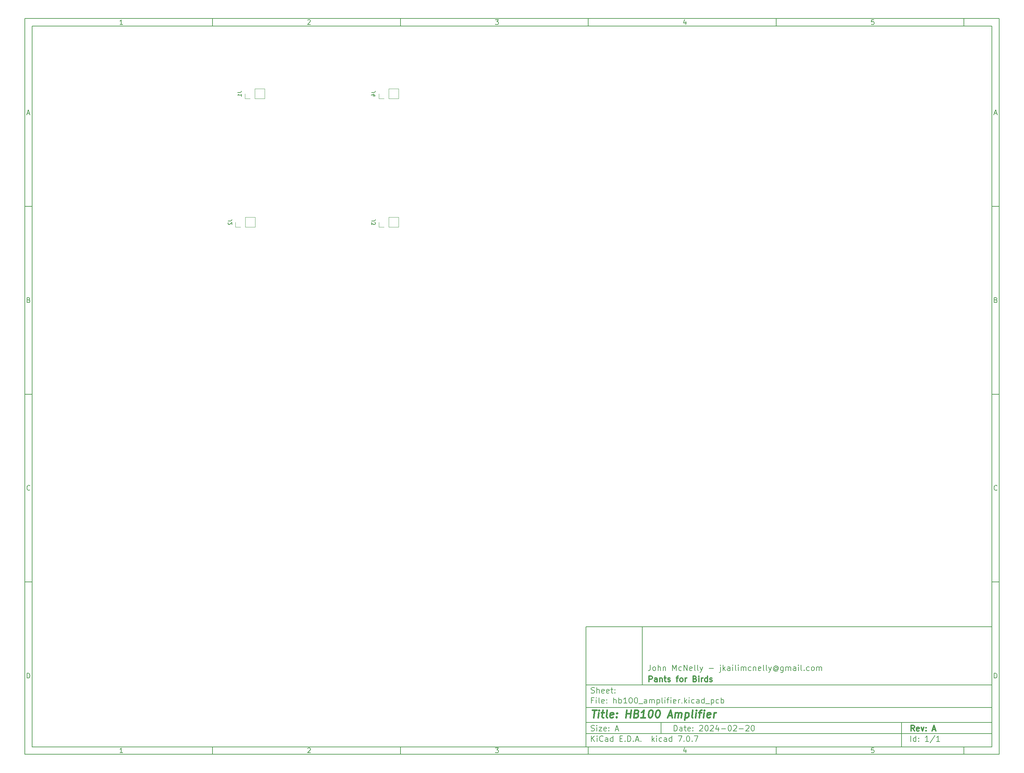
<source format=gbr>
%TF.GenerationSoftware,KiCad,Pcbnew,7.0.7*%
%TF.CreationDate,2024-02-20T22:27:51-08:00*%
%TF.ProjectId,hb100_amplifier,68623130-305f-4616-9d70-6c6966696572,A*%
%TF.SameCoordinates,PX42c1d80PY1c9c380*%
%TF.FileFunction,Legend,Bot*%
%TF.FilePolarity,Positive*%
%FSLAX46Y46*%
G04 Gerber Fmt 4.6, Leading zero omitted, Abs format (unit mm)*
G04 Created by KiCad (PCBNEW 7.0.7) date 2024-02-20 22:27:51*
%MOMM*%
%LPD*%
G01*
G04 APERTURE LIST*
%ADD10C,0.100000*%
%ADD11C,0.150000*%
%ADD12C,0.300000*%
%ADD13C,0.400000*%
%ADD14C,0.120000*%
G04 APERTURE END LIST*
D10*
D11*
X89400000Y-141900000D02*
X197400000Y-141900000D01*
X197400000Y-173900000D01*
X89400000Y-173900000D01*
X89400000Y-141900000D01*
D10*
D11*
X-60000000Y20000000D02*
X199400000Y20000000D01*
X199400000Y-175900000D01*
X-60000000Y-175900000D01*
X-60000000Y20000000D01*
D10*
D11*
X-58000000Y18000000D02*
X197400000Y18000000D01*
X197400000Y-173900000D01*
X-58000000Y-173900000D01*
X-58000000Y18000000D01*
D10*
D11*
X-10000000Y18000000D02*
X-10000000Y20000000D01*
D10*
D11*
X40000000Y18000000D02*
X40000000Y20000000D01*
D10*
D11*
X90000000Y18000000D02*
X90000000Y20000000D01*
D10*
D11*
X140000000Y18000000D02*
X140000000Y20000000D01*
D10*
D11*
X190000000Y18000000D02*
X190000000Y20000000D01*
D10*
D11*
X-33910840Y18406396D02*
X-34653697Y18406396D01*
X-34282269Y18406396D02*
X-34282269Y19706396D01*
X-34282269Y19706396D02*
X-34406078Y19520681D01*
X-34406078Y19520681D02*
X-34529888Y19396872D01*
X-34529888Y19396872D02*
X-34653697Y19334967D01*
D10*
D11*
X15346303Y19582586D02*
X15408207Y19644491D01*
X15408207Y19644491D02*
X15532017Y19706396D01*
X15532017Y19706396D02*
X15841541Y19706396D01*
X15841541Y19706396D02*
X15965350Y19644491D01*
X15965350Y19644491D02*
X16027255Y19582586D01*
X16027255Y19582586D02*
X16089160Y19458777D01*
X16089160Y19458777D02*
X16089160Y19334967D01*
X16089160Y19334967D02*
X16027255Y19149253D01*
X16027255Y19149253D02*
X15284398Y18406396D01*
X15284398Y18406396D02*
X16089160Y18406396D01*
D10*
D11*
X65284398Y19706396D02*
X66089160Y19706396D01*
X66089160Y19706396D02*
X65655826Y19211158D01*
X65655826Y19211158D02*
X65841541Y19211158D01*
X65841541Y19211158D02*
X65965350Y19149253D01*
X65965350Y19149253D02*
X66027255Y19087348D01*
X66027255Y19087348D02*
X66089160Y18963539D01*
X66089160Y18963539D02*
X66089160Y18654015D01*
X66089160Y18654015D02*
X66027255Y18530205D01*
X66027255Y18530205D02*
X65965350Y18468300D01*
X65965350Y18468300D02*
X65841541Y18406396D01*
X65841541Y18406396D02*
X65470112Y18406396D01*
X65470112Y18406396D02*
X65346303Y18468300D01*
X65346303Y18468300D02*
X65284398Y18530205D01*
D10*
D11*
X115965350Y19273062D02*
X115965350Y18406396D01*
X115655826Y19768300D02*
X115346303Y18839729D01*
X115346303Y18839729D02*
X116151064Y18839729D01*
D10*
D11*
X166027255Y19706396D02*
X165408207Y19706396D01*
X165408207Y19706396D02*
X165346303Y19087348D01*
X165346303Y19087348D02*
X165408207Y19149253D01*
X165408207Y19149253D02*
X165532017Y19211158D01*
X165532017Y19211158D02*
X165841541Y19211158D01*
X165841541Y19211158D02*
X165965350Y19149253D01*
X165965350Y19149253D02*
X166027255Y19087348D01*
X166027255Y19087348D02*
X166089160Y18963539D01*
X166089160Y18963539D02*
X166089160Y18654015D01*
X166089160Y18654015D02*
X166027255Y18530205D01*
X166027255Y18530205D02*
X165965350Y18468300D01*
X165965350Y18468300D02*
X165841541Y18406396D01*
X165841541Y18406396D02*
X165532017Y18406396D01*
X165532017Y18406396D02*
X165408207Y18468300D01*
X165408207Y18468300D02*
X165346303Y18530205D01*
D10*
D11*
X-10000000Y-173900000D02*
X-10000000Y-175900000D01*
D10*
D11*
X40000000Y-173900000D02*
X40000000Y-175900000D01*
D10*
D11*
X90000000Y-173900000D02*
X90000000Y-175900000D01*
D10*
D11*
X140000000Y-173900000D02*
X140000000Y-175900000D01*
D10*
D11*
X190000000Y-173900000D02*
X190000000Y-175900000D01*
D10*
D11*
X-33910840Y-175493604D02*
X-34653697Y-175493604D01*
X-34282269Y-175493604D02*
X-34282269Y-174193604D01*
X-34282269Y-174193604D02*
X-34406078Y-174379319D01*
X-34406078Y-174379319D02*
X-34529888Y-174503128D01*
X-34529888Y-174503128D02*
X-34653697Y-174565033D01*
D10*
D11*
X15346303Y-174317414D02*
X15408207Y-174255509D01*
X15408207Y-174255509D02*
X15532017Y-174193604D01*
X15532017Y-174193604D02*
X15841541Y-174193604D01*
X15841541Y-174193604D02*
X15965350Y-174255509D01*
X15965350Y-174255509D02*
X16027255Y-174317414D01*
X16027255Y-174317414D02*
X16089160Y-174441223D01*
X16089160Y-174441223D02*
X16089160Y-174565033D01*
X16089160Y-174565033D02*
X16027255Y-174750747D01*
X16027255Y-174750747D02*
X15284398Y-175493604D01*
X15284398Y-175493604D02*
X16089160Y-175493604D01*
D10*
D11*
X65284398Y-174193604D02*
X66089160Y-174193604D01*
X66089160Y-174193604D02*
X65655826Y-174688842D01*
X65655826Y-174688842D02*
X65841541Y-174688842D01*
X65841541Y-174688842D02*
X65965350Y-174750747D01*
X65965350Y-174750747D02*
X66027255Y-174812652D01*
X66027255Y-174812652D02*
X66089160Y-174936461D01*
X66089160Y-174936461D02*
X66089160Y-175245985D01*
X66089160Y-175245985D02*
X66027255Y-175369795D01*
X66027255Y-175369795D02*
X65965350Y-175431700D01*
X65965350Y-175431700D02*
X65841541Y-175493604D01*
X65841541Y-175493604D02*
X65470112Y-175493604D01*
X65470112Y-175493604D02*
X65346303Y-175431700D01*
X65346303Y-175431700D02*
X65284398Y-175369795D01*
D10*
D11*
X115965350Y-174626938D02*
X115965350Y-175493604D01*
X115655826Y-174131700D02*
X115346303Y-175060271D01*
X115346303Y-175060271D02*
X116151064Y-175060271D01*
D10*
D11*
X166027255Y-174193604D02*
X165408207Y-174193604D01*
X165408207Y-174193604D02*
X165346303Y-174812652D01*
X165346303Y-174812652D02*
X165408207Y-174750747D01*
X165408207Y-174750747D02*
X165532017Y-174688842D01*
X165532017Y-174688842D02*
X165841541Y-174688842D01*
X165841541Y-174688842D02*
X165965350Y-174750747D01*
X165965350Y-174750747D02*
X166027255Y-174812652D01*
X166027255Y-174812652D02*
X166089160Y-174936461D01*
X166089160Y-174936461D02*
X166089160Y-175245985D01*
X166089160Y-175245985D02*
X166027255Y-175369795D01*
X166027255Y-175369795D02*
X165965350Y-175431700D01*
X165965350Y-175431700D02*
X165841541Y-175493604D01*
X165841541Y-175493604D02*
X165532017Y-175493604D01*
X165532017Y-175493604D02*
X165408207Y-175431700D01*
X165408207Y-175431700D02*
X165346303Y-175369795D01*
D10*
D11*
X-60000000Y-30000000D02*
X-58000000Y-30000000D01*
D10*
D11*
X-60000000Y-80000000D02*
X-58000000Y-80000000D01*
D10*
D11*
X-60000000Y-130000000D02*
X-58000000Y-130000000D01*
D10*
D11*
X-59309524Y-5222176D02*
X-58690477Y-5222176D01*
X-59433334Y-5593604D02*
X-59000001Y-4293604D01*
X-59000001Y-4293604D02*
X-58566667Y-5593604D01*
D10*
D11*
X-58907143Y-54912652D02*
X-58721429Y-54974557D01*
X-58721429Y-54974557D02*
X-58659524Y-55036461D01*
X-58659524Y-55036461D02*
X-58597620Y-55160271D01*
X-58597620Y-55160271D02*
X-58597620Y-55345985D01*
X-58597620Y-55345985D02*
X-58659524Y-55469795D01*
X-58659524Y-55469795D02*
X-58721429Y-55531700D01*
X-58721429Y-55531700D02*
X-58845239Y-55593604D01*
X-58845239Y-55593604D02*
X-59340477Y-55593604D01*
X-59340477Y-55593604D02*
X-59340477Y-54293604D01*
X-59340477Y-54293604D02*
X-58907143Y-54293604D01*
X-58907143Y-54293604D02*
X-58783334Y-54355509D01*
X-58783334Y-54355509D02*
X-58721429Y-54417414D01*
X-58721429Y-54417414D02*
X-58659524Y-54541223D01*
X-58659524Y-54541223D02*
X-58659524Y-54665033D01*
X-58659524Y-54665033D02*
X-58721429Y-54788842D01*
X-58721429Y-54788842D02*
X-58783334Y-54850747D01*
X-58783334Y-54850747D02*
X-58907143Y-54912652D01*
X-58907143Y-54912652D02*
X-59340477Y-54912652D01*
D10*
D11*
X-58597620Y-105469795D02*
X-58659524Y-105531700D01*
X-58659524Y-105531700D02*
X-58845239Y-105593604D01*
X-58845239Y-105593604D02*
X-58969048Y-105593604D01*
X-58969048Y-105593604D02*
X-59154762Y-105531700D01*
X-59154762Y-105531700D02*
X-59278572Y-105407890D01*
X-59278572Y-105407890D02*
X-59340477Y-105284080D01*
X-59340477Y-105284080D02*
X-59402381Y-105036461D01*
X-59402381Y-105036461D02*
X-59402381Y-104850747D01*
X-59402381Y-104850747D02*
X-59340477Y-104603128D01*
X-59340477Y-104603128D02*
X-59278572Y-104479319D01*
X-59278572Y-104479319D02*
X-59154762Y-104355509D01*
X-59154762Y-104355509D02*
X-58969048Y-104293604D01*
X-58969048Y-104293604D02*
X-58845239Y-104293604D01*
X-58845239Y-104293604D02*
X-58659524Y-104355509D01*
X-58659524Y-104355509D02*
X-58597620Y-104417414D01*
D10*
D11*
X-59340477Y-155593604D02*
X-59340477Y-154293604D01*
X-59340477Y-154293604D02*
X-59030953Y-154293604D01*
X-59030953Y-154293604D02*
X-58845239Y-154355509D01*
X-58845239Y-154355509D02*
X-58721429Y-154479319D01*
X-58721429Y-154479319D02*
X-58659524Y-154603128D01*
X-58659524Y-154603128D02*
X-58597620Y-154850747D01*
X-58597620Y-154850747D02*
X-58597620Y-155036461D01*
X-58597620Y-155036461D02*
X-58659524Y-155284080D01*
X-58659524Y-155284080D02*
X-58721429Y-155407890D01*
X-58721429Y-155407890D02*
X-58845239Y-155531700D01*
X-58845239Y-155531700D02*
X-59030953Y-155593604D01*
X-59030953Y-155593604D02*
X-59340477Y-155593604D01*
D10*
D11*
X199400000Y-30000000D02*
X197400000Y-30000000D01*
D10*
D11*
X199400000Y-80000000D02*
X197400000Y-80000000D01*
D10*
D11*
X199400000Y-130000000D02*
X197400000Y-130000000D01*
D10*
D11*
X198090476Y-5222176D02*
X198709523Y-5222176D01*
X197966666Y-5593604D02*
X198399999Y-4293604D01*
X198399999Y-4293604D02*
X198833333Y-5593604D01*
D10*
D11*
X198492857Y-54912652D02*
X198678571Y-54974557D01*
X198678571Y-54974557D02*
X198740476Y-55036461D01*
X198740476Y-55036461D02*
X198802380Y-55160271D01*
X198802380Y-55160271D02*
X198802380Y-55345985D01*
X198802380Y-55345985D02*
X198740476Y-55469795D01*
X198740476Y-55469795D02*
X198678571Y-55531700D01*
X198678571Y-55531700D02*
X198554761Y-55593604D01*
X198554761Y-55593604D02*
X198059523Y-55593604D01*
X198059523Y-55593604D02*
X198059523Y-54293604D01*
X198059523Y-54293604D02*
X198492857Y-54293604D01*
X198492857Y-54293604D02*
X198616666Y-54355509D01*
X198616666Y-54355509D02*
X198678571Y-54417414D01*
X198678571Y-54417414D02*
X198740476Y-54541223D01*
X198740476Y-54541223D02*
X198740476Y-54665033D01*
X198740476Y-54665033D02*
X198678571Y-54788842D01*
X198678571Y-54788842D02*
X198616666Y-54850747D01*
X198616666Y-54850747D02*
X198492857Y-54912652D01*
X198492857Y-54912652D02*
X198059523Y-54912652D01*
D10*
D11*
X198802380Y-105469795D02*
X198740476Y-105531700D01*
X198740476Y-105531700D02*
X198554761Y-105593604D01*
X198554761Y-105593604D02*
X198430952Y-105593604D01*
X198430952Y-105593604D02*
X198245238Y-105531700D01*
X198245238Y-105531700D02*
X198121428Y-105407890D01*
X198121428Y-105407890D02*
X198059523Y-105284080D01*
X198059523Y-105284080D02*
X197997619Y-105036461D01*
X197997619Y-105036461D02*
X197997619Y-104850747D01*
X197997619Y-104850747D02*
X198059523Y-104603128D01*
X198059523Y-104603128D02*
X198121428Y-104479319D01*
X198121428Y-104479319D02*
X198245238Y-104355509D01*
X198245238Y-104355509D02*
X198430952Y-104293604D01*
X198430952Y-104293604D02*
X198554761Y-104293604D01*
X198554761Y-104293604D02*
X198740476Y-104355509D01*
X198740476Y-104355509D02*
X198802380Y-104417414D01*
D10*
D11*
X198059523Y-155593604D02*
X198059523Y-154293604D01*
X198059523Y-154293604D02*
X198369047Y-154293604D01*
X198369047Y-154293604D02*
X198554761Y-154355509D01*
X198554761Y-154355509D02*
X198678571Y-154479319D01*
X198678571Y-154479319D02*
X198740476Y-154603128D01*
X198740476Y-154603128D02*
X198802380Y-154850747D01*
X198802380Y-154850747D02*
X198802380Y-155036461D01*
X198802380Y-155036461D02*
X198740476Y-155284080D01*
X198740476Y-155284080D02*
X198678571Y-155407890D01*
X198678571Y-155407890D02*
X198554761Y-155531700D01*
X198554761Y-155531700D02*
X198369047Y-155593604D01*
X198369047Y-155593604D02*
X198059523Y-155593604D01*
D10*
D11*
X112855826Y-169686128D02*
X112855826Y-168186128D01*
X112855826Y-168186128D02*
X113212969Y-168186128D01*
X113212969Y-168186128D02*
X113427255Y-168257557D01*
X113427255Y-168257557D02*
X113570112Y-168400414D01*
X113570112Y-168400414D02*
X113641541Y-168543271D01*
X113641541Y-168543271D02*
X113712969Y-168828985D01*
X113712969Y-168828985D02*
X113712969Y-169043271D01*
X113712969Y-169043271D02*
X113641541Y-169328985D01*
X113641541Y-169328985D02*
X113570112Y-169471842D01*
X113570112Y-169471842D02*
X113427255Y-169614700D01*
X113427255Y-169614700D02*
X113212969Y-169686128D01*
X113212969Y-169686128D02*
X112855826Y-169686128D01*
X114998684Y-169686128D02*
X114998684Y-168900414D01*
X114998684Y-168900414D02*
X114927255Y-168757557D01*
X114927255Y-168757557D02*
X114784398Y-168686128D01*
X114784398Y-168686128D02*
X114498684Y-168686128D01*
X114498684Y-168686128D02*
X114355826Y-168757557D01*
X114998684Y-169614700D02*
X114855826Y-169686128D01*
X114855826Y-169686128D02*
X114498684Y-169686128D01*
X114498684Y-169686128D02*
X114355826Y-169614700D01*
X114355826Y-169614700D02*
X114284398Y-169471842D01*
X114284398Y-169471842D02*
X114284398Y-169328985D01*
X114284398Y-169328985D02*
X114355826Y-169186128D01*
X114355826Y-169186128D02*
X114498684Y-169114700D01*
X114498684Y-169114700D02*
X114855826Y-169114700D01*
X114855826Y-169114700D02*
X114998684Y-169043271D01*
X115498684Y-168686128D02*
X116070112Y-168686128D01*
X115712969Y-168186128D02*
X115712969Y-169471842D01*
X115712969Y-169471842D02*
X115784398Y-169614700D01*
X115784398Y-169614700D02*
X115927255Y-169686128D01*
X115927255Y-169686128D02*
X116070112Y-169686128D01*
X117141541Y-169614700D02*
X116998684Y-169686128D01*
X116998684Y-169686128D02*
X116712970Y-169686128D01*
X116712970Y-169686128D02*
X116570112Y-169614700D01*
X116570112Y-169614700D02*
X116498684Y-169471842D01*
X116498684Y-169471842D02*
X116498684Y-168900414D01*
X116498684Y-168900414D02*
X116570112Y-168757557D01*
X116570112Y-168757557D02*
X116712970Y-168686128D01*
X116712970Y-168686128D02*
X116998684Y-168686128D01*
X116998684Y-168686128D02*
X117141541Y-168757557D01*
X117141541Y-168757557D02*
X117212970Y-168900414D01*
X117212970Y-168900414D02*
X117212970Y-169043271D01*
X117212970Y-169043271D02*
X116498684Y-169186128D01*
X117855826Y-169543271D02*
X117927255Y-169614700D01*
X117927255Y-169614700D02*
X117855826Y-169686128D01*
X117855826Y-169686128D02*
X117784398Y-169614700D01*
X117784398Y-169614700D02*
X117855826Y-169543271D01*
X117855826Y-169543271D02*
X117855826Y-169686128D01*
X117855826Y-168757557D02*
X117927255Y-168828985D01*
X117927255Y-168828985D02*
X117855826Y-168900414D01*
X117855826Y-168900414D02*
X117784398Y-168828985D01*
X117784398Y-168828985D02*
X117855826Y-168757557D01*
X117855826Y-168757557D02*
X117855826Y-168900414D01*
X119641541Y-168328985D02*
X119712969Y-168257557D01*
X119712969Y-168257557D02*
X119855827Y-168186128D01*
X119855827Y-168186128D02*
X120212969Y-168186128D01*
X120212969Y-168186128D02*
X120355827Y-168257557D01*
X120355827Y-168257557D02*
X120427255Y-168328985D01*
X120427255Y-168328985D02*
X120498684Y-168471842D01*
X120498684Y-168471842D02*
X120498684Y-168614700D01*
X120498684Y-168614700D02*
X120427255Y-168828985D01*
X120427255Y-168828985D02*
X119570112Y-169686128D01*
X119570112Y-169686128D02*
X120498684Y-169686128D01*
X121427255Y-168186128D02*
X121570112Y-168186128D01*
X121570112Y-168186128D02*
X121712969Y-168257557D01*
X121712969Y-168257557D02*
X121784398Y-168328985D01*
X121784398Y-168328985D02*
X121855826Y-168471842D01*
X121855826Y-168471842D02*
X121927255Y-168757557D01*
X121927255Y-168757557D02*
X121927255Y-169114700D01*
X121927255Y-169114700D02*
X121855826Y-169400414D01*
X121855826Y-169400414D02*
X121784398Y-169543271D01*
X121784398Y-169543271D02*
X121712969Y-169614700D01*
X121712969Y-169614700D02*
X121570112Y-169686128D01*
X121570112Y-169686128D02*
X121427255Y-169686128D01*
X121427255Y-169686128D02*
X121284398Y-169614700D01*
X121284398Y-169614700D02*
X121212969Y-169543271D01*
X121212969Y-169543271D02*
X121141540Y-169400414D01*
X121141540Y-169400414D02*
X121070112Y-169114700D01*
X121070112Y-169114700D02*
X121070112Y-168757557D01*
X121070112Y-168757557D02*
X121141540Y-168471842D01*
X121141540Y-168471842D02*
X121212969Y-168328985D01*
X121212969Y-168328985D02*
X121284398Y-168257557D01*
X121284398Y-168257557D02*
X121427255Y-168186128D01*
X122498683Y-168328985D02*
X122570111Y-168257557D01*
X122570111Y-168257557D02*
X122712969Y-168186128D01*
X122712969Y-168186128D02*
X123070111Y-168186128D01*
X123070111Y-168186128D02*
X123212969Y-168257557D01*
X123212969Y-168257557D02*
X123284397Y-168328985D01*
X123284397Y-168328985D02*
X123355826Y-168471842D01*
X123355826Y-168471842D02*
X123355826Y-168614700D01*
X123355826Y-168614700D02*
X123284397Y-168828985D01*
X123284397Y-168828985D02*
X122427254Y-169686128D01*
X122427254Y-169686128D02*
X123355826Y-169686128D01*
X124641540Y-168686128D02*
X124641540Y-169686128D01*
X124284397Y-168114700D02*
X123927254Y-169186128D01*
X123927254Y-169186128D02*
X124855825Y-169186128D01*
X125427253Y-169114700D02*
X126570111Y-169114700D01*
X127570111Y-168186128D02*
X127712968Y-168186128D01*
X127712968Y-168186128D02*
X127855825Y-168257557D01*
X127855825Y-168257557D02*
X127927254Y-168328985D01*
X127927254Y-168328985D02*
X127998682Y-168471842D01*
X127998682Y-168471842D02*
X128070111Y-168757557D01*
X128070111Y-168757557D02*
X128070111Y-169114700D01*
X128070111Y-169114700D02*
X127998682Y-169400414D01*
X127998682Y-169400414D02*
X127927254Y-169543271D01*
X127927254Y-169543271D02*
X127855825Y-169614700D01*
X127855825Y-169614700D02*
X127712968Y-169686128D01*
X127712968Y-169686128D02*
X127570111Y-169686128D01*
X127570111Y-169686128D02*
X127427254Y-169614700D01*
X127427254Y-169614700D02*
X127355825Y-169543271D01*
X127355825Y-169543271D02*
X127284396Y-169400414D01*
X127284396Y-169400414D02*
X127212968Y-169114700D01*
X127212968Y-169114700D02*
X127212968Y-168757557D01*
X127212968Y-168757557D02*
X127284396Y-168471842D01*
X127284396Y-168471842D02*
X127355825Y-168328985D01*
X127355825Y-168328985D02*
X127427254Y-168257557D01*
X127427254Y-168257557D02*
X127570111Y-168186128D01*
X128641539Y-168328985D02*
X128712967Y-168257557D01*
X128712967Y-168257557D02*
X128855825Y-168186128D01*
X128855825Y-168186128D02*
X129212967Y-168186128D01*
X129212967Y-168186128D02*
X129355825Y-168257557D01*
X129355825Y-168257557D02*
X129427253Y-168328985D01*
X129427253Y-168328985D02*
X129498682Y-168471842D01*
X129498682Y-168471842D02*
X129498682Y-168614700D01*
X129498682Y-168614700D02*
X129427253Y-168828985D01*
X129427253Y-168828985D02*
X128570110Y-169686128D01*
X128570110Y-169686128D02*
X129498682Y-169686128D01*
X130141538Y-169114700D02*
X131284396Y-169114700D01*
X131927253Y-168328985D02*
X131998681Y-168257557D01*
X131998681Y-168257557D02*
X132141539Y-168186128D01*
X132141539Y-168186128D02*
X132498681Y-168186128D01*
X132498681Y-168186128D02*
X132641539Y-168257557D01*
X132641539Y-168257557D02*
X132712967Y-168328985D01*
X132712967Y-168328985D02*
X132784396Y-168471842D01*
X132784396Y-168471842D02*
X132784396Y-168614700D01*
X132784396Y-168614700D02*
X132712967Y-168828985D01*
X132712967Y-168828985D02*
X131855824Y-169686128D01*
X131855824Y-169686128D02*
X132784396Y-169686128D01*
X133712967Y-168186128D02*
X133855824Y-168186128D01*
X133855824Y-168186128D02*
X133998681Y-168257557D01*
X133998681Y-168257557D02*
X134070110Y-168328985D01*
X134070110Y-168328985D02*
X134141538Y-168471842D01*
X134141538Y-168471842D02*
X134212967Y-168757557D01*
X134212967Y-168757557D02*
X134212967Y-169114700D01*
X134212967Y-169114700D02*
X134141538Y-169400414D01*
X134141538Y-169400414D02*
X134070110Y-169543271D01*
X134070110Y-169543271D02*
X133998681Y-169614700D01*
X133998681Y-169614700D02*
X133855824Y-169686128D01*
X133855824Y-169686128D02*
X133712967Y-169686128D01*
X133712967Y-169686128D02*
X133570110Y-169614700D01*
X133570110Y-169614700D02*
X133498681Y-169543271D01*
X133498681Y-169543271D02*
X133427252Y-169400414D01*
X133427252Y-169400414D02*
X133355824Y-169114700D01*
X133355824Y-169114700D02*
X133355824Y-168757557D01*
X133355824Y-168757557D02*
X133427252Y-168471842D01*
X133427252Y-168471842D02*
X133498681Y-168328985D01*
X133498681Y-168328985D02*
X133570110Y-168257557D01*
X133570110Y-168257557D02*
X133712967Y-168186128D01*
D10*
D11*
X89400000Y-170400000D02*
X197400000Y-170400000D01*
D10*
D11*
X90855826Y-172486128D02*
X90855826Y-170986128D01*
X91712969Y-172486128D02*
X91070112Y-171628985D01*
X91712969Y-170986128D02*
X90855826Y-171843271D01*
X92355826Y-172486128D02*
X92355826Y-171486128D01*
X92355826Y-170986128D02*
X92284398Y-171057557D01*
X92284398Y-171057557D02*
X92355826Y-171128985D01*
X92355826Y-171128985D02*
X92427255Y-171057557D01*
X92427255Y-171057557D02*
X92355826Y-170986128D01*
X92355826Y-170986128D02*
X92355826Y-171128985D01*
X93927255Y-172343271D02*
X93855827Y-172414700D01*
X93855827Y-172414700D02*
X93641541Y-172486128D01*
X93641541Y-172486128D02*
X93498684Y-172486128D01*
X93498684Y-172486128D02*
X93284398Y-172414700D01*
X93284398Y-172414700D02*
X93141541Y-172271842D01*
X93141541Y-172271842D02*
X93070112Y-172128985D01*
X93070112Y-172128985D02*
X92998684Y-171843271D01*
X92998684Y-171843271D02*
X92998684Y-171628985D01*
X92998684Y-171628985D02*
X93070112Y-171343271D01*
X93070112Y-171343271D02*
X93141541Y-171200414D01*
X93141541Y-171200414D02*
X93284398Y-171057557D01*
X93284398Y-171057557D02*
X93498684Y-170986128D01*
X93498684Y-170986128D02*
X93641541Y-170986128D01*
X93641541Y-170986128D02*
X93855827Y-171057557D01*
X93855827Y-171057557D02*
X93927255Y-171128985D01*
X95212970Y-172486128D02*
X95212970Y-171700414D01*
X95212970Y-171700414D02*
X95141541Y-171557557D01*
X95141541Y-171557557D02*
X94998684Y-171486128D01*
X94998684Y-171486128D02*
X94712970Y-171486128D01*
X94712970Y-171486128D02*
X94570112Y-171557557D01*
X95212970Y-172414700D02*
X95070112Y-172486128D01*
X95070112Y-172486128D02*
X94712970Y-172486128D01*
X94712970Y-172486128D02*
X94570112Y-172414700D01*
X94570112Y-172414700D02*
X94498684Y-172271842D01*
X94498684Y-172271842D02*
X94498684Y-172128985D01*
X94498684Y-172128985D02*
X94570112Y-171986128D01*
X94570112Y-171986128D02*
X94712970Y-171914700D01*
X94712970Y-171914700D02*
X95070112Y-171914700D01*
X95070112Y-171914700D02*
X95212970Y-171843271D01*
X96570113Y-172486128D02*
X96570113Y-170986128D01*
X96570113Y-172414700D02*
X96427255Y-172486128D01*
X96427255Y-172486128D02*
X96141541Y-172486128D01*
X96141541Y-172486128D02*
X95998684Y-172414700D01*
X95998684Y-172414700D02*
X95927255Y-172343271D01*
X95927255Y-172343271D02*
X95855827Y-172200414D01*
X95855827Y-172200414D02*
X95855827Y-171771842D01*
X95855827Y-171771842D02*
X95927255Y-171628985D01*
X95927255Y-171628985D02*
X95998684Y-171557557D01*
X95998684Y-171557557D02*
X96141541Y-171486128D01*
X96141541Y-171486128D02*
X96427255Y-171486128D01*
X96427255Y-171486128D02*
X96570113Y-171557557D01*
X98427255Y-171700414D02*
X98927255Y-171700414D01*
X99141541Y-172486128D02*
X98427255Y-172486128D01*
X98427255Y-172486128D02*
X98427255Y-170986128D01*
X98427255Y-170986128D02*
X99141541Y-170986128D01*
X99784398Y-172343271D02*
X99855827Y-172414700D01*
X99855827Y-172414700D02*
X99784398Y-172486128D01*
X99784398Y-172486128D02*
X99712970Y-172414700D01*
X99712970Y-172414700D02*
X99784398Y-172343271D01*
X99784398Y-172343271D02*
X99784398Y-172486128D01*
X100498684Y-172486128D02*
X100498684Y-170986128D01*
X100498684Y-170986128D02*
X100855827Y-170986128D01*
X100855827Y-170986128D02*
X101070113Y-171057557D01*
X101070113Y-171057557D02*
X101212970Y-171200414D01*
X101212970Y-171200414D02*
X101284399Y-171343271D01*
X101284399Y-171343271D02*
X101355827Y-171628985D01*
X101355827Y-171628985D02*
X101355827Y-171843271D01*
X101355827Y-171843271D02*
X101284399Y-172128985D01*
X101284399Y-172128985D02*
X101212970Y-172271842D01*
X101212970Y-172271842D02*
X101070113Y-172414700D01*
X101070113Y-172414700D02*
X100855827Y-172486128D01*
X100855827Y-172486128D02*
X100498684Y-172486128D01*
X101998684Y-172343271D02*
X102070113Y-172414700D01*
X102070113Y-172414700D02*
X101998684Y-172486128D01*
X101998684Y-172486128D02*
X101927256Y-172414700D01*
X101927256Y-172414700D02*
X101998684Y-172343271D01*
X101998684Y-172343271D02*
X101998684Y-172486128D01*
X102641542Y-172057557D02*
X103355828Y-172057557D01*
X102498685Y-172486128D02*
X102998685Y-170986128D01*
X102998685Y-170986128D02*
X103498685Y-172486128D01*
X103998684Y-172343271D02*
X104070113Y-172414700D01*
X104070113Y-172414700D02*
X103998684Y-172486128D01*
X103998684Y-172486128D02*
X103927256Y-172414700D01*
X103927256Y-172414700D02*
X103998684Y-172343271D01*
X103998684Y-172343271D02*
X103998684Y-172486128D01*
X106998684Y-172486128D02*
X106998684Y-170986128D01*
X107141542Y-171914700D02*
X107570113Y-172486128D01*
X107570113Y-171486128D02*
X106998684Y-172057557D01*
X108212970Y-172486128D02*
X108212970Y-171486128D01*
X108212970Y-170986128D02*
X108141542Y-171057557D01*
X108141542Y-171057557D02*
X108212970Y-171128985D01*
X108212970Y-171128985D02*
X108284399Y-171057557D01*
X108284399Y-171057557D02*
X108212970Y-170986128D01*
X108212970Y-170986128D02*
X108212970Y-171128985D01*
X109570114Y-172414700D02*
X109427256Y-172486128D01*
X109427256Y-172486128D02*
X109141542Y-172486128D01*
X109141542Y-172486128D02*
X108998685Y-172414700D01*
X108998685Y-172414700D02*
X108927256Y-172343271D01*
X108927256Y-172343271D02*
X108855828Y-172200414D01*
X108855828Y-172200414D02*
X108855828Y-171771842D01*
X108855828Y-171771842D02*
X108927256Y-171628985D01*
X108927256Y-171628985D02*
X108998685Y-171557557D01*
X108998685Y-171557557D02*
X109141542Y-171486128D01*
X109141542Y-171486128D02*
X109427256Y-171486128D01*
X109427256Y-171486128D02*
X109570114Y-171557557D01*
X110855828Y-172486128D02*
X110855828Y-171700414D01*
X110855828Y-171700414D02*
X110784399Y-171557557D01*
X110784399Y-171557557D02*
X110641542Y-171486128D01*
X110641542Y-171486128D02*
X110355828Y-171486128D01*
X110355828Y-171486128D02*
X110212970Y-171557557D01*
X110855828Y-172414700D02*
X110712970Y-172486128D01*
X110712970Y-172486128D02*
X110355828Y-172486128D01*
X110355828Y-172486128D02*
X110212970Y-172414700D01*
X110212970Y-172414700D02*
X110141542Y-172271842D01*
X110141542Y-172271842D02*
X110141542Y-172128985D01*
X110141542Y-172128985D02*
X110212970Y-171986128D01*
X110212970Y-171986128D02*
X110355828Y-171914700D01*
X110355828Y-171914700D02*
X110712970Y-171914700D01*
X110712970Y-171914700D02*
X110855828Y-171843271D01*
X112212971Y-172486128D02*
X112212971Y-170986128D01*
X112212971Y-172414700D02*
X112070113Y-172486128D01*
X112070113Y-172486128D02*
X111784399Y-172486128D01*
X111784399Y-172486128D02*
X111641542Y-172414700D01*
X111641542Y-172414700D02*
X111570113Y-172343271D01*
X111570113Y-172343271D02*
X111498685Y-172200414D01*
X111498685Y-172200414D02*
X111498685Y-171771842D01*
X111498685Y-171771842D02*
X111570113Y-171628985D01*
X111570113Y-171628985D02*
X111641542Y-171557557D01*
X111641542Y-171557557D02*
X111784399Y-171486128D01*
X111784399Y-171486128D02*
X112070113Y-171486128D01*
X112070113Y-171486128D02*
X112212971Y-171557557D01*
X113927256Y-170986128D02*
X114927256Y-170986128D01*
X114927256Y-170986128D02*
X114284399Y-172486128D01*
X115498684Y-172343271D02*
X115570113Y-172414700D01*
X115570113Y-172414700D02*
X115498684Y-172486128D01*
X115498684Y-172486128D02*
X115427256Y-172414700D01*
X115427256Y-172414700D02*
X115498684Y-172343271D01*
X115498684Y-172343271D02*
X115498684Y-172486128D01*
X116498685Y-170986128D02*
X116641542Y-170986128D01*
X116641542Y-170986128D02*
X116784399Y-171057557D01*
X116784399Y-171057557D02*
X116855828Y-171128985D01*
X116855828Y-171128985D02*
X116927256Y-171271842D01*
X116927256Y-171271842D02*
X116998685Y-171557557D01*
X116998685Y-171557557D02*
X116998685Y-171914700D01*
X116998685Y-171914700D02*
X116927256Y-172200414D01*
X116927256Y-172200414D02*
X116855828Y-172343271D01*
X116855828Y-172343271D02*
X116784399Y-172414700D01*
X116784399Y-172414700D02*
X116641542Y-172486128D01*
X116641542Y-172486128D02*
X116498685Y-172486128D01*
X116498685Y-172486128D02*
X116355828Y-172414700D01*
X116355828Y-172414700D02*
X116284399Y-172343271D01*
X116284399Y-172343271D02*
X116212970Y-172200414D01*
X116212970Y-172200414D02*
X116141542Y-171914700D01*
X116141542Y-171914700D02*
X116141542Y-171557557D01*
X116141542Y-171557557D02*
X116212970Y-171271842D01*
X116212970Y-171271842D02*
X116284399Y-171128985D01*
X116284399Y-171128985D02*
X116355828Y-171057557D01*
X116355828Y-171057557D02*
X116498685Y-170986128D01*
X117641541Y-172343271D02*
X117712970Y-172414700D01*
X117712970Y-172414700D02*
X117641541Y-172486128D01*
X117641541Y-172486128D02*
X117570113Y-172414700D01*
X117570113Y-172414700D02*
X117641541Y-172343271D01*
X117641541Y-172343271D02*
X117641541Y-172486128D01*
X118212970Y-170986128D02*
X119212970Y-170986128D01*
X119212970Y-170986128D02*
X118570113Y-172486128D01*
D10*
D11*
X89400000Y-167400000D02*
X197400000Y-167400000D01*
D10*
D12*
X176811653Y-169678328D02*
X176311653Y-168964042D01*
X175954510Y-169678328D02*
X175954510Y-168178328D01*
X175954510Y-168178328D02*
X176525939Y-168178328D01*
X176525939Y-168178328D02*
X176668796Y-168249757D01*
X176668796Y-168249757D02*
X176740225Y-168321185D01*
X176740225Y-168321185D02*
X176811653Y-168464042D01*
X176811653Y-168464042D02*
X176811653Y-168678328D01*
X176811653Y-168678328D02*
X176740225Y-168821185D01*
X176740225Y-168821185D02*
X176668796Y-168892614D01*
X176668796Y-168892614D02*
X176525939Y-168964042D01*
X176525939Y-168964042D02*
X175954510Y-168964042D01*
X178025939Y-169606900D02*
X177883082Y-169678328D01*
X177883082Y-169678328D02*
X177597368Y-169678328D01*
X177597368Y-169678328D02*
X177454510Y-169606900D01*
X177454510Y-169606900D02*
X177383082Y-169464042D01*
X177383082Y-169464042D02*
X177383082Y-168892614D01*
X177383082Y-168892614D02*
X177454510Y-168749757D01*
X177454510Y-168749757D02*
X177597368Y-168678328D01*
X177597368Y-168678328D02*
X177883082Y-168678328D01*
X177883082Y-168678328D02*
X178025939Y-168749757D01*
X178025939Y-168749757D02*
X178097368Y-168892614D01*
X178097368Y-168892614D02*
X178097368Y-169035471D01*
X178097368Y-169035471D02*
X177383082Y-169178328D01*
X178597367Y-168678328D02*
X178954510Y-169678328D01*
X178954510Y-169678328D02*
X179311653Y-168678328D01*
X179883081Y-169535471D02*
X179954510Y-169606900D01*
X179954510Y-169606900D02*
X179883081Y-169678328D01*
X179883081Y-169678328D02*
X179811653Y-169606900D01*
X179811653Y-169606900D02*
X179883081Y-169535471D01*
X179883081Y-169535471D02*
X179883081Y-169678328D01*
X179883081Y-168749757D02*
X179954510Y-168821185D01*
X179954510Y-168821185D02*
X179883081Y-168892614D01*
X179883081Y-168892614D02*
X179811653Y-168821185D01*
X179811653Y-168821185D02*
X179883081Y-168749757D01*
X179883081Y-168749757D02*
X179883081Y-168892614D01*
X181668796Y-169249757D02*
X182383082Y-169249757D01*
X181525939Y-169678328D02*
X182025939Y-168178328D01*
X182025939Y-168178328D02*
X182525939Y-169678328D01*
D10*
D11*
X90784398Y-169614700D02*
X90998684Y-169686128D01*
X90998684Y-169686128D02*
X91355826Y-169686128D01*
X91355826Y-169686128D02*
X91498684Y-169614700D01*
X91498684Y-169614700D02*
X91570112Y-169543271D01*
X91570112Y-169543271D02*
X91641541Y-169400414D01*
X91641541Y-169400414D02*
X91641541Y-169257557D01*
X91641541Y-169257557D02*
X91570112Y-169114700D01*
X91570112Y-169114700D02*
X91498684Y-169043271D01*
X91498684Y-169043271D02*
X91355826Y-168971842D01*
X91355826Y-168971842D02*
X91070112Y-168900414D01*
X91070112Y-168900414D02*
X90927255Y-168828985D01*
X90927255Y-168828985D02*
X90855826Y-168757557D01*
X90855826Y-168757557D02*
X90784398Y-168614700D01*
X90784398Y-168614700D02*
X90784398Y-168471842D01*
X90784398Y-168471842D02*
X90855826Y-168328985D01*
X90855826Y-168328985D02*
X90927255Y-168257557D01*
X90927255Y-168257557D02*
X91070112Y-168186128D01*
X91070112Y-168186128D02*
X91427255Y-168186128D01*
X91427255Y-168186128D02*
X91641541Y-168257557D01*
X92284397Y-169686128D02*
X92284397Y-168686128D01*
X92284397Y-168186128D02*
X92212969Y-168257557D01*
X92212969Y-168257557D02*
X92284397Y-168328985D01*
X92284397Y-168328985D02*
X92355826Y-168257557D01*
X92355826Y-168257557D02*
X92284397Y-168186128D01*
X92284397Y-168186128D02*
X92284397Y-168328985D01*
X92855826Y-168686128D02*
X93641541Y-168686128D01*
X93641541Y-168686128D02*
X92855826Y-169686128D01*
X92855826Y-169686128D02*
X93641541Y-169686128D01*
X94784398Y-169614700D02*
X94641541Y-169686128D01*
X94641541Y-169686128D02*
X94355827Y-169686128D01*
X94355827Y-169686128D02*
X94212969Y-169614700D01*
X94212969Y-169614700D02*
X94141541Y-169471842D01*
X94141541Y-169471842D02*
X94141541Y-168900414D01*
X94141541Y-168900414D02*
X94212969Y-168757557D01*
X94212969Y-168757557D02*
X94355827Y-168686128D01*
X94355827Y-168686128D02*
X94641541Y-168686128D01*
X94641541Y-168686128D02*
X94784398Y-168757557D01*
X94784398Y-168757557D02*
X94855827Y-168900414D01*
X94855827Y-168900414D02*
X94855827Y-169043271D01*
X94855827Y-169043271D02*
X94141541Y-169186128D01*
X95498683Y-169543271D02*
X95570112Y-169614700D01*
X95570112Y-169614700D02*
X95498683Y-169686128D01*
X95498683Y-169686128D02*
X95427255Y-169614700D01*
X95427255Y-169614700D02*
X95498683Y-169543271D01*
X95498683Y-169543271D02*
X95498683Y-169686128D01*
X95498683Y-168757557D02*
X95570112Y-168828985D01*
X95570112Y-168828985D02*
X95498683Y-168900414D01*
X95498683Y-168900414D02*
X95427255Y-168828985D01*
X95427255Y-168828985D02*
X95498683Y-168757557D01*
X95498683Y-168757557D02*
X95498683Y-168900414D01*
X97284398Y-169257557D02*
X97998684Y-169257557D01*
X97141541Y-169686128D02*
X97641541Y-168186128D01*
X97641541Y-168186128D02*
X98141541Y-169686128D01*
D10*
D11*
X175855826Y-172486128D02*
X175855826Y-170986128D01*
X177212970Y-172486128D02*
X177212970Y-170986128D01*
X177212970Y-172414700D02*
X177070112Y-172486128D01*
X177070112Y-172486128D02*
X176784398Y-172486128D01*
X176784398Y-172486128D02*
X176641541Y-172414700D01*
X176641541Y-172414700D02*
X176570112Y-172343271D01*
X176570112Y-172343271D02*
X176498684Y-172200414D01*
X176498684Y-172200414D02*
X176498684Y-171771842D01*
X176498684Y-171771842D02*
X176570112Y-171628985D01*
X176570112Y-171628985D02*
X176641541Y-171557557D01*
X176641541Y-171557557D02*
X176784398Y-171486128D01*
X176784398Y-171486128D02*
X177070112Y-171486128D01*
X177070112Y-171486128D02*
X177212970Y-171557557D01*
X177927255Y-172343271D02*
X177998684Y-172414700D01*
X177998684Y-172414700D02*
X177927255Y-172486128D01*
X177927255Y-172486128D02*
X177855827Y-172414700D01*
X177855827Y-172414700D02*
X177927255Y-172343271D01*
X177927255Y-172343271D02*
X177927255Y-172486128D01*
X177927255Y-171557557D02*
X177998684Y-171628985D01*
X177998684Y-171628985D02*
X177927255Y-171700414D01*
X177927255Y-171700414D02*
X177855827Y-171628985D01*
X177855827Y-171628985D02*
X177927255Y-171557557D01*
X177927255Y-171557557D02*
X177927255Y-171700414D01*
X180570113Y-172486128D02*
X179712970Y-172486128D01*
X180141541Y-172486128D02*
X180141541Y-170986128D01*
X180141541Y-170986128D02*
X179998684Y-171200414D01*
X179998684Y-171200414D02*
X179855827Y-171343271D01*
X179855827Y-171343271D02*
X179712970Y-171414700D01*
X182284398Y-170914700D02*
X180998684Y-172843271D01*
X183570113Y-172486128D02*
X182712970Y-172486128D01*
X183141541Y-172486128D02*
X183141541Y-170986128D01*
X183141541Y-170986128D02*
X182998684Y-171200414D01*
X182998684Y-171200414D02*
X182855827Y-171343271D01*
X182855827Y-171343271D02*
X182712970Y-171414700D01*
D10*
D11*
X89400000Y-163400000D02*
X197400000Y-163400000D01*
D10*
D13*
X91091728Y-164104438D02*
X92234585Y-164104438D01*
X91413157Y-166104438D02*
X91663157Y-164104438D01*
X92651252Y-166104438D02*
X92817919Y-164771104D01*
X92901252Y-164104438D02*
X92794109Y-164199676D01*
X92794109Y-164199676D02*
X92877443Y-164294914D01*
X92877443Y-164294914D02*
X92984586Y-164199676D01*
X92984586Y-164199676D02*
X92901252Y-164104438D01*
X92901252Y-164104438D02*
X92877443Y-164294914D01*
X93484586Y-164771104D02*
X94246490Y-164771104D01*
X93853633Y-164104438D02*
X93639348Y-165818723D01*
X93639348Y-165818723D02*
X93710776Y-166009200D01*
X93710776Y-166009200D02*
X93889348Y-166104438D01*
X93889348Y-166104438D02*
X94079824Y-166104438D01*
X95032205Y-166104438D02*
X94853633Y-166009200D01*
X94853633Y-166009200D02*
X94782205Y-165818723D01*
X94782205Y-165818723D02*
X94996490Y-164104438D01*
X96567919Y-166009200D02*
X96365538Y-166104438D01*
X96365538Y-166104438D02*
X95984585Y-166104438D01*
X95984585Y-166104438D02*
X95806014Y-166009200D01*
X95806014Y-166009200D02*
X95734585Y-165818723D01*
X95734585Y-165818723D02*
X95829824Y-165056819D01*
X95829824Y-165056819D02*
X95948871Y-164866342D01*
X95948871Y-164866342D02*
X96151252Y-164771104D01*
X96151252Y-164771104D02*
X96532204Y-164771104D01*
X96532204Y-164771104D02*
X96710776Y-164866342D01*
X96710776Y-164866342D02*
X96782204Y-165056819D01*
X96782204Y-165056819D02*
X96758395Y-165247295D01*
X96758395Y-165247295D02*
X95782204Y-165437771D01*
X97532205Y-165913961D02*
X97615538Y-166009200D01*
X97615538Y-166009200D02*
X97508395Y-166104438D01*
X97508395Y-166104438D02*
X97425062Y-166009200D01*
X97425062Y-166009200D02*
X97532205Y-165913961D01*
X97532205Y-165913961D02*
X97508395Y-166104438D01*
X97663157Y-164866342D02*
X97746490Y-164961580D01*
X97746490Y-164961580D02*
X97639348Y-165056819D01*
X97639348Y-165056819D02*
X97556014Y-164961580D01*
X97556014Y-164961580D02*
X97663157Y-164866342D01*
X97663157Y-164866342D02*
X97639348Y-165056819D01*
X99984586Y-166104438D02*
X100234586Y-164104438D01*
X100115539Y-165056819D02*
X101258396Y-165056819D01*
X101127443Y-166104438D02*
X101377443Y-164104438D01*
X102877443Y-165056819D02*
X103151253Y-165152057D01*
X103151253Y-165152057D02*
X103234586Y-165247295D01*
X103234586Y-165247295D02*
X103306015Y-165437771D01*
X103306015Y-165437771D02*
X103270300Y-165723485D01*
X103270300Y-165723485D02*
X103151253Y-165913961D01*
X103151253Y-165913961D02*
X103044110Y-166009200D01*
X103044110Y-166009200D02*
X102841729Y-166104438D01*
X102841729Y-166104438D02*
X102079824Y-166104438D01*
X102079824Y-166104438D02*
X102329824Y-164104438D01*
X102329824Y-164104438D02*
X102996491Y-164104438D01*
X102996491Y-164104438D02*
X103175062Y-164199676D01*
X103175062Y-164199676D02*
X103258396Y-164294914D01*
X103258396Y-164294914D02*
X103329824Y-164485390D01*
X103329824Y-164485390D02*
X103306015Y-164675866D01*
X103306015Y-164675866D02*
X103186967Y-164866342D01*
X103186967Y-164866342D02*
X103079824Y-164961580D01*
X103079824Y-164961580D02*
X102877443Y-165056819D01*
X102877443Y-165056819D02*
X102210777Y-165056819D01*
X105127443Y-166104438D02*
X103984586Y-166104438D01*
X104556015Y-166104438D02*
X104806015Y-164104438D01*
X104806015Y-164104438D02*
X104579824Y-164390152D01*
X104579824Y-164390152D02*
X104365539Y-164580628D01*
X104365539Y-164580628D02*
X104163158Y-164675866D01*
X106615539Y-164104438D02*
X106806015Y-164104438D01*
X106806015Y-164104438D02*
X106984586Y-164199676D01*
X106984586Y-164199676D02*
X107067920Y-164294914D01*
X107067920Y-164294914D02*
X107139348Y-164485390D01*
X107139348Y-164485390D02*
X107186967Y-164866342D01*
X107186967Y-164866342D02*
X107127443Y-165342533D01*
X107127443Y-165342533D02*
X106984586Y-165723485D01*
X106984586Y-165723485D02*
X106865539Y-165913961D01*
X106865539Y-165913961D02*
X106758396Y-166009200D01*
X106758396Y-166009200D02*
X106556015Y-166104438D01*
X106556015Y-166104438D02*
X106365539Y-166104438D01*
X106365539Y-166104438D02*
X106186967Y-166009200D01*
X106186967Y-166009200D02*
X106103634Y-165913961D01*
X106103634Y-165913961D02*
X106032205Y-165723485D01*
X106032205Y-165723485D02*
X105984586Y-165342533D01*
X105984586Y-165342533D02*
X106044110Y-164866342D01*
X106044110Y-164866342D02*
X106186967Y-164485390D01*
X106186967Y-164485390D02*
X106306015Y-164294914D01*
X106306015Y-164294914D02*
X106413158Y-164199676D01*
X106413158Y-164199676D02*
X106615539Y-164104438D01*
X108520301Y-164104438D02*
X108710777Y-164104438D01*
X108710777Y-164104438D02*
X108889348Y-164199676D01*
X108889348Y-164199676D02*
X108972682Y-164294914D01*
X108972682Y-164294914D02*
X109044110Y-164485390D01*
X109044110Y-164485390D02*
X109091729Y-164866342D01*
X109091729Y-164866342D02*
X109032205Y-165342533D01*
X109032205Y-165342533D02*
X108889348Y-165723485D01*
X108889348Y-165723485D02*
X108770301Y-165913961D01*
X108770301Y-165913961D02*
X108663158Y-166009200D01*
X108663158Y-166009200D02*
X108460777Y-166104438D01*
X108460777Y-166104438D02*
X108270301Y-166104438D01*
X108270301Y-166104438D02*
X108091729Y-166009200D01*
X108091729Y-166009200D02*
X108008396Y-165913961D01*
X108008396Y-165913961D02*
X107936967Y-165723485D01*
X107936967Y-165723485D02*
X107889348Y-165342533D01*
X107889348Y-165342533D02*
X107948872Y-164866342D01*
X107948872Y-164866342D02*
X108091729Y-164485390D01*
X108091729Y-164485390D02*
X108210777Y-164294914D01*
X108210777Y-164294914D02*
X108317920Y-164199676D01*
X108317920Y-164199676D02*
X108520301Y-164104438D01*
X111294111Y-165533009D02*
X112246492Y-165533009D01*
X111032206Y-166104438D02*
X111948873Y-164104438D01*
X111948873Y-164104438D02*
X112365539Y-166104438D01*
X113032206Y-166104438D02*
X113198873Y-164771104D01*
X113175063Y-164961580D02*
X113282206Y-164866342D01*
X113282206Y-164866342D02*
X113484587Y-164771104D01*
X113484587Y-164771104D02*
X113770301Y-164771104D01*
X113770301Y-164771104D02*
X113948873Y-164866342D01*
X113948873Y-164866342D02*
X114020301Y-165056819D01*
X114020301Y-165056819D02*
X113889349Y-166104438D01*
X114020301Y-165056819D02*
X114139349Y-164866342D01*
X114139349Y-164866342D02*
X114341730Y-164771104D01*
X114341730Y-164771104D02*
X114627444Y-164771104D01*
X114627444Y-164771104D02*
X114806016Y-164866342D01*
X114806016Y-164866342D02*
X114877444Y-165056819D01*
X114877444Y-165056819D02*
X114746492Y-166104438D01*
X115865540Y-164771104D02*
X115615540Y-166771104D01*
X115853635Y-164866342D02*
X116056016Y-164771104D01*
X116056016Y-164771104D02*
X116436968Y-164771104D01*
X116436968Y-164771104D02*
X116615540Y-164866342D01*
X116615540Y-164866342D02*
X116698873Y-164961580D01*
X116698873Y-164961580D02*
X116770302Y-165152057D01*
X116770302Y-165152057D02*
X116698873Y-165723485D01*
X116698873Y-165723485D02*
X116579826Y-165913961D01*
X116579826Y-165913961D02*
X116472683Y-166009200D01*
X116472683Y-166009200D02*
X116270302Y-166104438D01*
X116270302Y-166104438D02*
X115889349Y-166104438D01*
X115889349Y-166104438D02*
X115710778Y-166009200D01*
X117794112Y-166104438D02*
X117615540Y-166009200D01*
X117615540Y-166009200D02*
X117544112Y-165818723D01*
X117544112Y-165818723D02*
X117758397Y-164104438D01*
X118556016Y-166104438D02*
X118722683Y-164771104D01*
X118806016Y-164104438D02*
X118698873Y-164199676D01*
X118698873Y-164199676D02*
X118782207Y-164294914D01*
X118782207Y-164294914D02*
X118889350Y-164199676D01*
X118889350Y-164199676D02*
X118806016Y-164104438D01*
X118806016Y-164104438D02*
X118782207Y-164294914D01*
X119389350Y-164771104D02*
X120151254Y-164771104D01*
X119508397Y-166104438D02*
X119722683Y-164390152D01*
X119722683Y-164390152D02*
X119841731Y-164199676D01*
X119841731Y-164199676D02*
X120044112Y-164104438D01*
X120044112Y-164104438D02*
X120234588Y-164104438D01*
X120651254Y-166104438D02*
X120817921Y-164771104D01*
X120901254Y-164104438D02*
X120794111Y-164199676D01*
X120794111Y-164199676D02*
X120877445Y-164294914D01*
X120877445Y-164294914D02*
X120984588Y-164199676D01*
X120984588Y-164199676D02*
X120901254Y-164104438D01*
X120901254Y-164104438D02*
X120877445Y-164294914D01*
X122377445Y-166009200D02*
X122175064Y-166104438D01*
X122175064Y-166104438D02*
X121794111Y-166104438D01*
X121794111Y-166104438D02*
X121615540Y-166009200D01*
X121615540Y-166009200D02*
X121544111Y-165818723D01*
X121544111Y-165818723D02*
X121639350Y-165056819D01*
X121639350Y-165056819D02*
X121758397Y-164866342D01*
X121758397Y-164866342D02*
X121960778Y-164771104D01*
X121960778Y-164771104D02*
X122341730Y-164771104D01*
X122341730Y-164771104D02*
X122520302Y-164866342D01*
X122520302Y-164866342D02*
X122591730Y-165056819D01*
X122591730Y-165056819D02*
X122567921Y-165247295D01*
X122567921Y-165247295D02*
X121591730Y-165437771D01*
X123317921Y-166104438D02*
X123484588Y-164771104D01*
X123436969Y-165152057D02*
X123556016Y-164961580D01*
X123556016Y-164961580D02*
X123663159Y-164866342D01*
X123663159Y-164866342D02*
X123865540Y-164771104D01*
X123865540Y-164771104D02*
X124056016Y-164771104D01*
D10*
D11*
X91355826Y-161500414D02*
X90855826Y-161500414D01*
X90855826Y-162286128D02*
X90855826Y-160786128D01*
X90855826Y-160786128D02*
X91570112Y-160786128D01*
X92141540Y-162286128D02*
X92141540Y-161286128D01*
X92141540Y-160786128D02*
X92070112Y-160857557D01*
X92070112Y-160857557D02*
X92141540Y-160928985D01*
X92141540Y-160928985D02*
X92212969Y-160857557D01*
X92212969Y-160857557D02*
X92141540Y-160786128D01*
X92141540Y-160786128D02*
X92141540Y-160928985D01*
X93070112Y-162286128D02*
X92927255Y-162214700D01*
X92927255Y-162214700D02*
X92855826Y-162071842D01*
X92855826Y-162071842D02*
X92855826Y-160786128D01*
X94212969Y-162214700D02*
X94070112Y-162286128D01*
X94070112Y-162286128D02*
X93784398Y-162286128D01*
X93784398Y-162286128D02*
X93641540Y-162214700D01*
X93641540Y-162214700D02*
X93570112Y-162071842D01*
X93570112Y-162071842D02*
X93570112Y-161500414D01*
X93570112Y-161500414D02*
X93641540Y-161357557D01*
X93641540Y-161357557D02*
X93784398Y-161286128D01*
X93784398Y-161286128D02*
X94070112Y-161286128D01*
X94070112Y-161286128D02*
X94212969Y-161357557D01*
X94212969Y-161357557D02*
X94284398Y-161500414D01*
X94284398Y-161500414D02*
X94284398Y-161643271D01*
X94284398Y-161643271D02*
X93570112Y-161786128D01*
X94927254Y-162143271D02*
X94998683Y-162214700D01*
X94998683Y-162214700D02*
X94927254Y-162286128D01*
X94927254Y-162286128D02*
X94855826Y-162214700D01*
X94855826Y-162214700D02*
X94927254Y-162143271D01*
X94927254Y-162143271D02*
X94927254Y-162286128D01*
X94927254Y-161357557D02*
X94998683Y-161428985D01*
X94998683Y-161428985D02*
X94927254Y-161500414D01*
X94927254Y-161500414D02*
X94855826Y-161428985D01*
X94855826Y-161428985D02*
X94927254Y-161357557D01*
X94927254Y-161357557D02*
X94927254Y-161500414D01*
X96784397Y-162286128D02*
X96784397Y-160786128D01*
X97427255Y-162286128D02*
X97427255Y-161500414D01*
X97427255Y-161500414D02*
X97355826Y-161357557D01*
X97355826Y-161357557D02*
X97212969Y-161286128D01*
X97212969Y-161286128D02*
X96998683Y-161286128D01*
X96998683Y-161286128D02*
X96855826Y-161357557D01*
X96855826Y-161357557D02*
X96784397Y-161428985D01*
X98141540Y-162286128D02*
X98141540Y-160786128D01*
X98141540Y-161357557D02*
X98284398Y-161286128D01*
X98284398Y-161286128D02*
X98570112Y-161286128D01*
X98570112Y-161286128D02*
X98712969Y-161357557D01*
X98712969Y-161357557D02*
X98784398Y-161428985D01*
X98784398Y-161428985D02*
X98855826Y-161571842D01*
X98855826Y-161571842D02*
X98855826Y-162000414D01*
X98855826Y-162000414D02*
X98784398Y-162143271D01*
X98784398Y-162143271D02*
X98712969Y-162214700D01*
X98712969Y-162214700D02*
X98570112Y-162286128D01*
X98570112Y-162286128D02*
X98284398Y-162286128D01*
X98284398Y-162286128D02*
X98141540Y-162214700D01*
X100284398Y-162286128D02*
X99427255Y-162286128D01*
X99855826Y-162286128D02*
X99855826Y-160786128D01*
X99855826Y-160786128D02*
X99712969Y-161000414D01*
X99712969Y-161000414D02*
X99570112Y-161143271D01*
X99570112Y-161143271D02*
X99427255Y-161214700D01*
X101212969Y-160786128D02*
X101355826Y-160786128D01*
X101355826Y-160786128D02*
X101498683Y-160857557D01*
X101498683Y-160857557D02*
X101570112Y-160928985D01*
X101570112Y-160928985D02*
X101641540Y-161071842D01*
X101641540Y-161071842D02*
X101712969Y-161357557D01*
X101712969Y-161357557D02*
X101712969Y-161714700D01*
X101712969Y-161714700D02*
X101641540Y-162000414D01*
X101641540Y-162000414D02*
X101570112Y-162143271D01*
X101570112Y-162143271D02*
X101498683Y-162214700D01*
X101498683Y-162214700D02*
X101355826Y-162286128D01*
X101355826Y-162286128D02*
X101212969Y-162286128D01*
X101212969Y-162286128D02*
X101070112Y-162214700D01*
X101070112Y-162214700D02*
X100998683Y-162143271D01*
X100998683Y-162143271D02*
X100927254Y-162000414D01*
X100927254Y-162000414D02*
X100855826Y-161714700D01*
X100855826Y-161714700D02*
X100855826Y-161357557D01*
X100855826Y-161357557D02*
X100927254Y-161071842D01*
X100927254Y-161071842D02*
X100998683Y-160928985D01*
X100998683Y-160928985D02*
X101070112Y-160857557D01*
X101070112Y-160857557D02*
X101212969Y-160786128D01*
X102641540Y-160786128D02*
X102784397Y-160786128D01*
X102784397Y-160786128D02*
X102927254Y-160857557D01*
X102927254Y-160857557D02*
X102998683Y-160928985D01*
X102998683Y-160928985D02*
X103070111Y-161071842D01*
X103070111Y-161071842D02*
X103141540Y-161357557D01*
X103141540Y-161357557D02*
X103141540Y-161714700D01*
X103141540Y-161714700D02*
X103070111Y-162000414D01*
X103070111Y-162000414D02*
X102998683Y-162143271D01*
X102998683Y-162143271D02*
X102927254Y-162214700D01*
X102927254Y-162214700D02*
X102784397Y-162286128D01*
X102784397Y-162286128D02*
X102641540Y-162286128D01*
X102641540Y-162286128D02*
X102498683Y-162214700D01*
X102498683Y-162214700D02*
X102427254Y-162143271D01*
X102427254Y-162143271D02*
X102355825Y-162000414D01*
X102355825Y-162000414D02*
X102284397Y-161714700D01*
X102284397Y-161714700D02*
X102284397Y-161357557D01*
X102284397Y-161357557D02*
X102355825Y-161071842D01*
X102355825Y-161071842D02*
X102427254Y-160928985D01*
X102427254Y-160928985D02*
X102498683Y-160857557D01*
X102498683Y-160857557D02*
X102641540Y-160786128D01*
X103427254Y-162428985D02*
X104570111Y-162428985D01*
X105570111Y-162286128D02*
X105570111Y-161500414D01*
X105570111Y-161500414D02*
X105498682Y-161357557D01*
X105498682Y-161357557D02*
X105355825Y-161286128D01*
X105355825Y-161286128D02*
X105070111Y-161286128D01*
X105070111Y-161286128D02*
X104927253Y-161357557D01*
X105570111Y-162214700D02*
X105427253Y-162286128D01*
X105427253Y-162286128D02*
X105070111Y-162286128D01*
X105070111Y-162286128D02*
X104927253Y-162214700D01*
X104927253Y-162214700D02*
X104855825Y-162071842D01*
X104855825Y-162071842D02*
X104855825Y-161928985D01*
X104855825Y-161928985D02*
X104927253Y-161786128D01*
X104927253Y-161786128D02*
X105070111Y-161714700D01*
X105070111Y-161714700D02*
X105427253Y-161714700D01*
X105427253Y-161714700D02*
X105570111Y-161643271D01*
X106284396Y-162286128D02*
X106284396Y-161286128D01*
X106284396Y-161428985D02*
X106355825Y-161357557D01*
X106355825Y-161357557D02*
X106498682Y-161286128D01*
X106498682Y-161286128D02*
X106712968Y-161286128D01*
X106712968Y-161286128D02*
X106855825Y-161357557D01*
X106855825Y-161357557D02*
X106927254Y-161500414D01*
X106927254Y-161500414D02*
X106927254Y-162286128D01*
X106927254Y-161500414D02*
X106998682Y-161357557D01*
X106998682Y-161357557D02*
X107141539Y-161286128D01*
X107141539Y-161286128D02*
X107355825Y-161286128D01*
X107355825Y-161286128D02*
X107498682Y-161357557D01*
X107498682Y-161357557D02*
X107570111Y-161500414D01*
X107570111Y-161500414D02*
X107570111Y-162286128D01*
X108284396Y-161286128D02*
X108284396Y-162786128D01*
X108284396Y-161357557D02*
X108427254Y-161286128D01*
X108427254Y-161286128D02*
X108712968Y-161286128D01*
X108712968Y-161286128D02*
X108855825Y-161357557D01*
X108855825Y-161357557D02*
X108927254Y-161428985D01*
X108927254Y-161428985D02*
X108998682Y-161571842D01*
X108998682Y-161571842D02*
X108998682Y-162000414D01*
X108998682Y-162000414D02*
X108927254Y-162143271D01*
X108927254Y-162143271D02*
X108855825Y-162214700D01*
X108855825Y-162214700D02*
X108712968Y-162286128D01*
X108712968Y-162286128D02*
X108427254Y-162286128D01*
X108427254Y-162286128D02*
X108284396Y-162214700D01*
X109855825Y-162286128D02*
X109712968Y-162214700D01*
X109712968Y-162214700D02*
X109641539Y-162071842D01*
X109641539Y-162071842D02*
X109641539Y-160786128D01*
X110427253Y-162286128D02*
X110427253Y-161286128D01*
X110427253Y-160786128D02*
X110355825Y-160857557D01*
X110355825Y-160857557D02*
X110427253Y-160928985D01*
X110427253Y-160928985D02*
X110498682Y-160857557D01*
X110498682Y-160857557D02*
X110427253Y-160786128D01*
X110427253Y-160786128D02*
X110427253Y-160928985D01*
X110927254Y-161286128D02*
X111498682Y-161286128D01*
X111141539Y-162286128D02*
X111141539Y-161000414D01*
X111141539Y-161000414D02*
X111212968Y-160857557D01*
X111212968Y-160857557D02*
X111355825Y-160786128D01*
X111355825Y-160786128D02*
X111498682Y-160786128D01*
X111998682Y-162286128D02*
X111998682Y-161286128D01*
X111998682Y-160786128D02*
X111927254Y-160857557D01*
X111927254Y-160857557D02*
X111998682Y-160928985D01*
X111998682Y-160928985D02*
X112070111Y-160857557D01*
X112070111Y-160857557D02*
X111998682Y-160786128D01*
X111998682Y-160786128D02*
X111998682Y-160928985D01*
X113284397Y-162214700D02*
X113141540Y-162286128D01*
X113141540Y-162286128D02*
X112855826Y-162286128D01*
X112855826Y-162286128D02*
X112712968Y-162214700D01*
X112712968Y-162214700D02*
X112641540Y-162071842D01*
X112641540Y-162071842D02*
X112641540Y-161500414D01*
X112641540Y-161500414D02*
X112712968Y-161357557D01*
X112712968Y-161357557D02*
X112855826Y-161286128D01*
X112855826Y-161286128D02*
X113141540Y-161286128D01*
X113141540Y-161286128D02*
X113284397Y-161357557D01*
X113284397Y-161357557D02*
X113355826Y-161500414D01*
X113355826Y-161500414D02*
X113355826Y-161643271D01*
X113355826Y-161643271D02*
X112641540Y-161786128D01*
X113998682Y-162286128D02*
X113998682Y-161286128D01*
X113998682Y-161571842D02*
X114070111Y-161428985D01*
X114070111Y-161428985D02*
X114141540Y-161357557D01*
X114141540Y-161357557D02*
X114284397Y-161286128D01*
X114284397Y-161286128D02*
X114427254Y-161286128D01*
X114927253Y-162143271D02*
X114998682Y-162214700D01*
X114998682Y-162214700D02*
X114927253Y-162286128D01*
X114927253Y-162286128D02*
X114855825Y-162214700D01*
X114855825Y-162214700D02*
X114927253Y-162143271D01*
X114927253Y-162143271D02*
X114927253Y-162286128D01*
X115641539Y-162286128D02*
X115641539Y-160786128D01*
X115784397Y-161714700D02*
X116212968Y-162286128D01*
X116212968Y-161286128D02*
X115641539Y-161857557D01*
X116855825Y-162286128D02*
X116855825Y-161286128D01*
X116855825Y-160786128D02*
X116784397Y-160857557D01*
X116784397Y-160857557D02*
X116855825Y-160928985D01*
X116855825Y-160928985D02*
X116927254Y-160857557D01*
X116927254Y-160857557D02*
X116855825Y-160786128D01*
X116855825Y-160786128D02*
X116855825Y-160928985D01*
X118212969Y-162214700D02*
X118070111Y-162286128D01*
X118070111Y-162286128D02*
X117784397Y-162286128D01*
X117784397Y-162286128D02*
X117641540Y-162214700D01*
X117641540Y-162214700D02*
X117570111Y-162143271D01*
X117570111Y-162143271D02*
X117498683Y-162000414D01*
X117498683Y-162000414D02*
X117498683Y-161571842D01*
X117498683Y-161571842D02*
X117570111Y-161428985D01*
X117570111Y-161428985D02*
X117641540Y-161357557D01*
X117641540Y-161357557D02*
X117784397Y-161286128D01*
X117784397Y-161286128D02*
X118070111Y-161286128D01*
X118070111Y-161286128D02*
X118212969Y-161357557D01*
X119498683Y-162286128D02*
X119498683Y-161500414D01*
X119498683Y-161500414D02*
X119427254Y-161357557D01*
X119427254Y-161357557D02*
X119284397Y-161286128D01*
X119284397Y-161286128D02*
X118998683Y-161286128D01*
X118998683Y-161286128D02*
X118855825Y-161357557D01*
X119498683Y-162214700D02*
X119355825Y-162286128D01*
X119355825Y-162286128D02*
X118998683Y-162286128D01*
X118998683Y-162286128D02*
X118855825Y-162214700D01*
X118855825Y-162214700D02*
X118784397Y-162071842D01*
X118784397Y-162071842D02*
X118784397Y-161928985D01*
X118784397Y-161928985D02*
X118855825Y-161786128D01*
X118855825Y-161786128D02*
X118998683Y-161714700D01*
X118998683Y-161714700D02*
X119355825Y-161714700D01*
X119355825Y-161714700D02*
X119498683Y-161643271D01*
X120855826Y-162286128D02*
X120855826Y-160786128D01*
X120855826Y-162214700D02*
X120712968Y-162286128D01*
X120712968Y-162286128D02*
X120427254Y-162286128D01*
X120427254Y-162286128D02*
X120284397Y-162214700D01*
X120284397Y-162214700D02*
X120212968Y-162143271D01*
X120212968Y-162143271D02*
X120141540Y-162000414D01*
X120141540Y-162000414D02*
X120141540Y-161571842D01*
X120141540Y-161571842D02*
X120212968Y-161428985D01*
X120212968Y-161428985D02*
X120284397Y-161357557D01*
X120284397Y-161357557D02*
X120427254Y-161286128D01*
X120427254Y-161286128D02*
X120712968Y-161286128D01*
X120712968Y-161286128D02*
X120855826Y-161357557D01*
X121212969Y-162428985D02*
X122355826Y-162428985D01*
X122712968Y-161286128D02*
X122712968Y-162786128D01*
X122712968Y-161357557D02*
X122855826Y-161286128D01*
X122855826Y-161286128D02*
X123141540Y-161286128D01*
X123141540Y-161286128D02*
X123284397Y-161357557D01*
X123284397Y-161357557D02*
X123355826Y-161428985D01*
X123355826Y-161428985D02*
X123427254Y-161571842D01*
X123427254Y-161571842D02*
X123427254Y-162000414D01*
X123427254Y-162000414D02*
X123355826Y-162143271D01*
X123355826Y-162143271D02*
X123284397Y-162214700D01*
X123284397Y-162214700D02*
X123141540Y-162286128D01*
X123141540Y-162286128D02*
X122855826Y-162286128D01*
X122855826Y-162286128D02*
X122712968Y-162214700D01*
X124712969Y-162214700D02*
X124570111Y-162286128D01*
X124570111Y-162286128D02*
X124284397Y-162286128D01*
X124284397Y-162286128D02*
X124141540Y-162214700D01*
X124141540Y-162214700D02*
X124070111Y-162143271D01*
X124070111Y-162143271D02*
X123998683Y-162000414D01*
X123998683Y-162000414D02*
X123998683Y-161571842D01*
X123998683Y-161571842D02*
X124070111Y-161428985D01*
X124070111Y-161428985D02*
X124141540Y-161357557D01*
X124141540Y-161357557D02*
X124284397Y-161286128D01*
X124284397Y-161286128D02*
X124570111Y-161286128D01*
X124570111Y-161286128D02*
X124712969Y-161357557D01*
X125355825Y-162286128D02*
X125355825Y-160786128D01*
X125355825Y-161357557D02*
X125498683Y-161286128D01*
X125498683Y-161286128D02*
X125784397Y-161286128D01*
X125784397Y-161286128D02*
X125927254Y-161357557D01*
X125927254Y-161357557D02*
X125998683Y-161428985D01*
X125998683Y-161428985D02*
X126070111Y-161571842D01*
X126070111Y-161571842D02*
X126070111Y-162000414D01*
X126070111Y-162000414D02*
X125998683Y-162143271D01*
X125998683Y-162143271D02*
X125927254Y-162214700D01*
X125927254Y-162214700D02*
X125784397Y-162286128D01*
X125784397Y-162286128D02*
X125498683Y-162286128D01*
X125498683Y-162286128D02*
X125355825Y-162214700D01*
D10*
D11*
X89400000Y-157400000D02*
X197400000Y-157400000D01*
D10*
D11*
X90784398Y-159514700D02*
X90998684Y-159586128D01*
X90998684Y-159586128D02*
X91355826Y-159586128D01*
X91355826Y-159586128D02*
X91498684Y-159514700D01*
X91498684Y-159514700D02*
X91570112Y-159443271D01*
X91570112Y-159443271D02*
X91641541Y-159300414D01*
X91641541Y-159300414D02*
X91641541Y-159157557D01*
X91641541Y-159157557D02*
X91570112Y-159014700D01*
X91570112Y-159014700D02*
X91498684Y-158943271D01*
X91498684Y-158943271D02*
X91355826Y-158871842D01*
X91355826Y-158871842D02*
X91070112Y-158800414D01*
X91070112Y-158800414D02*
X90927255Y-158728985D01*
X90927255Y-158728985D02*
X90855826Y-158657557D01*
X90855826Y-158657557D02*
X90784398Y-158514700D01*
X90784398Y-158514700D02*
X90784398Y-158371842D01*
X90784398Y-158371842D02*
X90855826Y-158228985D01*
X90855826Y-158228985D02*
X90927255Y-158157557D01*
X90927255Y-158157557D02*
X91070112Y-158086128D01*
X91070112Y-158086128D02*
X91427255Y-158086128D01*
X91427255Y-158086128D02*
X91641541Y-158157557D01*
X92284397Y-159586128D02*
X92284397Y-158086128D01*
X92927255Y-159586128D02*
X92927255Y-158800414D01*
X92927255Y-158800414D02*
X92855826Y-158657557D01*
X92855826Y-158657557D02*
X92712969Y-158586128D01*
X92712969Y-158586128D02*
X92498683Y-158586128D01*
X92498683Y-158586128D02*
X92355826Y-158657557D01*
X92355826Y-158657557D02*
X92284397Y-158728985D01*
X94212969Y-159514700D02*
X94070112Y-159586128D01*
X94070112Y-159586128D02*
X93784398Y-159586128D01*
X93784398Y-159586128D02*
X93641540Y-159514700D01*
X93641540Y-159514700D02*
X93570112Y-159371842D01*
X93570112Y-159371842D02*
X93570112Y-158800414D01*
X93570112Y-158800414D02*
X93641540Y-158657557D01*
X93641540Y-158657557D02*
X93784398Y-158586128D01*
X93784398Y-158586128D02*
X94070112Y-158586128D01*
X94070112Y-158586128D02*
X94212969Y-158657557D01*
X94212969Y-158657557D02*
X94284398Y-158800414D01*
X94284398Y-158800414D02*
X94284398Y-158943271D01*
X94284398Y-158943271D02*
X93570112Y-159086128D01*
X95498683Y-159514700D02*
X95355826Y-159586128D01*
X95355826Y-159586128D02*
X95070112Y-159586128D01*
X95070112Y-159586128D02*
X94927254Y-159514700D01*
X94927254Y-159514700D02*
X94855826Y-159371842D01*
X94855826Y-159371842D02*
X94855826Y-158800414D01*
X94855826Y-158800414D02*
X94927254Y-158657557D01*
X94927254Y-158657557D02*
X95070112Y-158586128D01*
X95070112Y-158586128D02*
X95355826Y-158586128D01*
X95355826Y-158586128D02*
X95498683Y-158657557D01*
X95498683Y-158657557D02*
X95570112Y-158800414D01*
X95570112Y-158800414D02*
X95570112Y-158943271D01*
X95570112Y-158943271D02*
X94855826Y-159086128D01*
X95998683Y-158586128D02*
X96570111Y-158586128D01*
X96212968Y-158086128D02*
X96212968Y-159371842D01*
X96212968Y-159371842D02*
X96284397Y-159514700D01*
X96284397Y-159514700D02*
X96427254Y-159586128D01*
X96427254Y-159586128D02*
X96570111Y-159586128D01*
X97070111Y-159443271D02*
X97141540Y-159514700D01*
X97141540Y-159514700D02*
X97070111Y-159586128D01*
X97070111Y-159586128D02*
X96998683Y-159514700D01*
X96998683Y-159514700D02*
X97070111Y-159443271D01*
X97070111Y-159443271D02*
X97070111Y-159586128D01*
X97070111Y-158657557D02*
X97141540Y-158728985D01*
X97141540Y-158728985D02*
X97070111Y-158800414D01*
X97070111Y-158800414D02*
X96998683Y-158728985D01*
X96998683Y-158728985D02*
X97070111Y-158657557D01*
X97070111Y-158657557D02*
X97070111Y-158800414D01*
D10*
D12*
X106194510Y-156578128D02*
X106194510Y-155078128D01*
X106194510Y-155078128D02*
X106765939Y-155078128D01*
X106765939Y-155078128D02*
X106908796Y-155149557D01*
X106908796Y-155149557D02*
X106980225Y-155220985D01*
X106980225Y-155220985D02*
X107051653Y-155363842D01*
X107051653Y-155363842D02*
X107051653Y-155578128D01*
X107051653Y-155578128D02*
X106980225Y-155720985D01*
X106980225Y-155720985D02*
X106908796Y-155792414D01*
X106908796Y-155792414D02*
X106765939Y-155863842D01*
X106765939Y-155863842D02*
X106194510Y-155863842D01*
X108337368Y-156578128D02*
X108337368Y-155792414D01*
X108337368Y-155792414D02*
X108265939Y-155649557D01*
X108265939Y-155649557D02*
X108123082Y-155578128D01*
X108123082Y-155578128D02*
X107837368Y-155578128D01*
X107837368Y-155578128D02*
X107694510Y-155649557D01*
X108337368Y-156506700D02*
X108194510Y-156578128D01*
X108194510Y-156578128D02*
X107837368Y-156578128D01*
X107837368Y-156578128D02*
X107694510Y-156506700D01*
X107694510Y-156506700D02*
X107623082Y-156363842D01*
X107623082Y-156363842D02*
X107623082Y-156220985D01*
X107623082Y-156220985D02*
X107694510Y-156078128D01*
X107694510Y-156078128D02*
X107837368Y-156006700D01*
X107837368Y-156006700D02*
X108194510Y-156006700D01*
X108194510Y-156006700D02*
X108337368Y-155935271D01*
X109051653Y-155578128D02*
X109051653Y-156578128D01*
X109051653Y-155720985D02*
X109123082Y-155649557D01*
X109123082Y-155649557D02*
X109265939Y-155578128D01*
X109265939Y-155578128D02*
X109480225Y-155578128D01*
X109480225Y-155578128D02*
X109623082Y-155649557D01*
X109623082Y-155649557D02*
X109694511Y-155792414D01*
X109694511Y-155792414D02*
X109694511Y-156578128D01*
X110194511Y-155578128D02*
X110765939Y-155578128D01*
X110408796Y-155078128D02*
X110408796Y-156363842D01*
X110408796Y-156363842D02*
X110480225Y-156506700D01*
X110480225Y-156506700D02*
X110623082Y-156578128D01*
X110623082Y-156578128D02*
X110765939Y-156578128D01*
X111194511Y-156506700D02*
X111337368Y-156578128D01*
X111337368Y-156578128D02*
X111623082Y-156578128D01*
X111623082Y-156578128D02*
X111765939Y-156506700D01*
X111765939Y-156506700D02*
X111837368Y-156363842D01*
X111837368Y-156363842D02*
X111837368Y-156292414D01*
X111837368Y-156292414D02*
X111765939Y-156149557D01*
X111765939Y-156149557D02*
X111623082Y-156078128D01*
X111623082Y-156078128D02*
X111408797Y-156078128D01*
X111408797Y-156078128D02*
X111265939Y-156006700D01*
X111265939Y-156006700D02*
X111194511Y-155863842D01*
X111194511Y-155863842D02*
X111194511Y-155792414D01*
X111194511Y-155792414D02*
X111265939Y-155649557D01*
X111265939Y-155649557D02*
X111408797Y-155578128D01*
X111408797Y-155578128D02*
X111623082Y-155578128D01*
X111623082Y-155578128D02*
X111765939Y-155649557D01*
X113408797Y-155578128D02*
X113980225Y-155578128D01*
X113623082Y-156578128D02*
X113623082Y-155292414D01*
X113623082Y-155292414D02*
X113694511Y-155149557D01*
X113694511Y-155149557D02*
X113837368Y-155078128D01*
X113837368Y-155078128D02*
X113980225Y-155078128D01*
X114694511Y-156578128D02*
X114551654Y-156506700D01*
X114551654Y-156506700D02*
X114480225Y-156435271D01*
X114480225Y-156435271D02*
X114408797Y-156292414D01*
X114408797Y-156292414D02*
X114408797Y-155863842D01*
X114408797Y-155863842D02*
X114480225Y-155720985D01*
X114480225Y-155720985D02*
X114551654Y-155649557D01*
X114551654Y-155649557D02*
X114694511Y-155578128D01*
X114694511Y-155578128D02*
X114908797Y-155578128D01*
X114908797Y-155578128D02*
X115051654Y-155649557D01*
X115051654Y-155649557D02*
X115123083Y-155720985D01*
X115123083Y-155720985D02*
X115194511Y-155863842D01*
X115194511Y-155863842D02*
X115194511Y-156292414D01*
X115194511Y-156292414D02*
X115123083Y-156435271D01*
X115123083Y-156435271D02*
X115051654Y-156506700D01*
X115051654Y-156506700D02*
X114908797Y-156578128D01*
X114908797Y-156578128D02*
X114694511Y-156578128D01*
X115837368Y-156578128D02*
X115837368Y-155578128D01*
X115837368Y-155863842D02*
X115908797Y-155720985D01*
X115908797Y-155720985D02*
X115980226Y-155649557D01*
X115980226Y-155649557D02*
X116123083Y-155578128D01*
X116123083Y-155578128D02*
X116265940Y-155578128D01*
X118408796Y-155792414D02*
X118623082Y-155863842D01*
X118623082Y-155863842D02*
X118694511Y-155935271D01*
X118694511Y-155935271D02*
X118765939Y-156078128D01*
X118765939Y-156078128D02*
X118765939Y-156292414D01*
X118765939Y-156292414D02*
X118694511Y-156435271D01*
X118694511Y-156435271D02*
X118623082Y-156506700D01*
X118623082Y-156506700D02*
X118480225Y-156578128D01*
X118480225Y-156578128D02*
X117908796Y-156578128D01*
X117908796Y-156578128D02*
X117908796Y-155078128D01*
X117908796Y-155078128D02*
X118408796Y-155078128D01*
X118408796Y-155078128D02*
X118551654Y-155149557D01*
X118551654Y-155149557D02*
X118623082Y-155220985D01*
X118623082Y-155220985D02*
X118694511Y-155363842D01*
X118694511Y-155363842D02*
X118694511Y-155506700D01*
X118694511Y-155506700D02*
X118623082Y-155649557D01*
X118623082Y-155649557D02*
X118551654Y-155720985D01*
X118551654Y-155720985D02*
X118408796Y-155792414D01*
X118408796Y-155792414D02*
X117908796Y-155792414D01*
X119408796Y-156578128D02*
X119408796Y-155578128D01*
X119408796Y-155078128D02*
X119337368Y-155149557D01*
X119337368Y-155149557D02*
X119408796Y-155220985D01*
X119408796Y-155220985D02*
X119480225Y-155149557D01*
X119480225Y-155149557D02*
X119408796Y-155078128D01*
X119408796Y-155078128D02*
X119408796Y-155220985D01*
X120123082Y-156578128D02*
X120123082Y-155578128D01*
X120123082Y-155863842D02*
X120194511Y-155720985D01*
X120194511Y-155720985D02*
X120265940Y-155649557D01*
X120265940Y-155649557D02*
X120408797Y-155578128D01*
X120408797Y-155578128D02*
X120551654Y-155578128D01*
X121694511Y-156578128D02*
X121694511Y-155078128D01*
X121694511Y-156506700D02*
X121551653Y-156578128D01*
X121551653Y-156578128D02*
X121265939Y-156578128D01*
X121265939Y-156578128D02*
X121123082Y-156506700D01*
X121123082Y-156506700D02*
X121051653Y-156435271D01*
X121051653Y-156435271D02*
X120980225Y-156292414D01*
X120980225Y-156292414D02*
X120980225Y-155863842D01*
X120980225Y-155863842D02*
X121051653Y-155720985D01*
X121051653Y-155720985D02*
X121123082Y-155649557D01*
X121123082Y-155649557D02*
X121265939Y-155578128D01*
X121265939Y-155578128D02*
X121551653Y-155578128D01*
X121551653Y-155578128D02*
X121694511Y-155649557D01*
X122337368Y-156506700D02*
X122480225Y-156578128D01*
X122480225Y-156578128D02*
X122765939Y-156578128D01*
X122765939Y-156578128D02*
X122908796Y-156506700D01*
X122908796Y-156506700D02*
X122980225Y-156363842D01*
X122980225Y-156363842D02*
X122980225Y-156292414D01*
X122980225Y-156292414D02*
X122908796Y-156149557D01*
X122908796Y-156149557D02*
X122765939Y-156078128D01*
X122765939Y-156078128D02*
X122551654Y-156078128D01*
X122551654Y-156078128D02*
X122408796Y-156006700D01*
X122408796Y-156006700D02*
X122337368Y-155863842D01*
X122337368Y-155863842D02*
X122337368Y-155792414D01*
X122337368Y-155792414D02*
X122408796Y-155649557D01*
X122408796Y-155649557D02*
X122551654Y-155578128D01*
X122551654Y-155578128D02*
X122765939Y-155578128D01*
X122765939Y-155578128D02*
X122908796Y-155649557D01*
D10*
D11*
X106524398Y-152085928D02*
X106524398Y-153157357D01*
X106524398Y-153157357D02*
X106452969Y-153371642D01*
X106452969Y-153371642D02*
X106310112Y-153514500D01*
X106310112Y-153514500D02*
X106095826Y-153585928D01*
X106095826Y-153585928D02*
X105952969Y-153585928D01*
X107452969Y-153585928D02*
X107310112Y-153514500D01*
X107310112Y-153514500D02*
X107238683Y-153443071D01*
X107238683Y-153443071D02*
X107167255Y-153300214D01*
X107167255Y-153300214D02*
X107167255Y-152871642D01*
X107167255Y-152871642D02*
X107238683Y-152728785D01*
X107238683Y-152728785D02*
X107310112Y-152657357D01*
X107310112Y-152657357D02*
X107452969Y-152585928D01*
X107452969Y-152585928D02*
X107667255Y-152585928D01*
X107667255Y-152585928D02*
X107810112Y-152657357D01*
X107810112Y-152657357D02*
X107881541Y-152728785D01*
X107881541Y-152728785D02*
X107952969Y-152871642D01*
X107952969Y-152871642D02*
X107952969Y-153300214D01*
X107952969Y-153300214D02*
X107881541Y-153443071D01*
X107881541Y-153443071D02*
X107810112Y-153514500D01*
X107810112Y-153514500D02*
X107667255Y-153585928D01*
X107667255Y-153585928D02*
X107452969Y-153585928D01*
X108595826Y-153585928D02*
X108595826Y-152085928D01*
X109238684Y-153585928D02*
X109238684Y-152800214D01*
X109238684Y-152800214D02*
X109167255Y-152657357D01*
X109167255Y-152657357D02*
X109024398Y-152585928D01*
X109024398Y-152585928D02*
X108810112Y-152585928D01*
X108810112Y-152585928D02*
X108667255Y-152657357D01*
X108667255Y-152657357D02*
X108595826Y-152728785D01*
X109952969Y-152585928D02*
X109952969Y-153585928D01*
X109952969Y-152728785D02*
X110024398Y-152657357D01*
X110024398Y-152657357D02*
X110167255Y-152585928D01*
X110167255Y-152585928D02*
X110381541Y-152585928D01*
X110381541Y-152585928D02*
X110524398Y-152657357D01*
X110524398Y-152657357D02*
X110595827Y-152800214D01*
X110595827Y-152800214D02*
X110595827Y-153585928D01*
X112452969Y-153585928D02*
X112452969Y-152085928D01*
X112452969Y-152085928D02*
X112952969Y-153157357D01*
X112952969Y-153157357D02*
X113452969Y-152085928D01*
X113452969Y-152085928D02*
X113452969Y-153585928D01*
X114810113Y-153514500D02*
X114667255Y-153585928D01*
X114667255Y-153585928D02*
X114381541Y-153585928D01*
X114381541Y-153585928D02*
X114238684Y-153514500D01*
X114238684Y-153514500D02*
X114167255Y-153443071D01*
X114167255Y-153443071D02*
X114095827Y-153300214D01*
X114095827Y-153300214D02*
X114095827Y-152871642D01*
X114095827Y-152871642D02*
X114167255Y-152728785D01*
X114167255Y-152728785D02*
X114238684Y-152657357D01*
X114238684Y-152657357D02*
X114381541Y-152585928D01*
X114381541Y-152585928D02*
X114667255Y-152585928D01*
X114667255Y-152585928D02*
X114810113Y-152657357D01*
X115452969Y-153585928D02*
X115452969Y-152085928D01*
X115452969Y-152085928D02*
X116310112Y-153585928D01*
X116310112Y-153585928D02*
X116310112Y-152085928D01*
X117595827Y-153514500D02*
X117452970Y-153585928D01*
X117452970Y-153585928D02*
X117167256Y-153585928D01*
X117167256Y-153585928D02*
X117024398Y-153514500D01*
X117024398Y-153514500D02*
X116952970Y-153371642D01*
X116952970Y-153371642D02*
X116952970Y-152800214D01*
X116952970Y-152800214D02*
X117024398Y-152657357D01*
X117024398Y-152657357D02*
X117167256Y-152585928D01*
X117167256Y-152585928D02*
X117452970Y-152585928D01*
X117452970Y-152585928D02*
X117595827Y-152657357D01*
X117595827Y-152657357D02*
X117667256Y-152800214D01*
X117667256Y-152800214D02*
X117667256Y-152943071D01*
X117667256Y-152943071D02*
X116952970Y-153085928D01*
X118524398Y-153585928D02*
X118381541Y-153514500D01*
X118381541Y-153514500D02*
X118310112Y-153371642D01*
X118310112Y-153371642D02*
X118310112Y-152085928D01*
X119310112Y-153585928D02*
X119167255Y-153514500D01*
X119167255Y-153514500D02*
X119095826Y-153371642D01*
X119095826Y-153371642D02*
X119095826Y-152085928D01*
X119738683Y-152585928D02*
X120095826Y-153585928D01*
X120452969Y-152585928D02*
X120095826Y-153585928D01*
X120095826Y-153585928D02*
X119952969Y-153943071D01*
X119952969Y-153943071D02*
X119881540Y-154014500D01*
X119881540Y-154014500D02*
X119738683Y-154085928D01*
X122167254Y-153014500D02*
X123310112Y-153014500D01*
X125167254Y-152585928D02*
X125167254Y-153871642D01*
X125167254Y-153871642D02*
X125095826Y-154014500D01*
X125095826Y-154014500D02*
X124952969Y-154085928D01*
X124952969Y-154085928D02*
X124881540Y-154085928D01*
X125167254Y-152085928D02*
X125095826Y-152157357D01*
X125095826Y-152157357D02*
X125167254Y-152228785D01*
X125167254Y-152228785D02*
X125238683Y-152157357D01*
X125238683Y-152157357D02*
X125167254Y-152085928D01*
X125167254Y-152085928D02*
X125167254Y-152228785D01*
X125881540Y-153585928D02*
X125881540Y-152085928D01*
X126024398Y-153014500D02*
X126452969Y-153585928D01*
X126452969Y-152585928D02*
X125881540Y-153157357D01*
X127738684Y-153585928D02*
X127738684Y-152800214D01*
X127738684Y-152800214D02*
X127667255Y-152657357D01*
X127667255Y-152657357D02*
X127524398Y-152585928D01*
X127524398Y-152585928D02*
X127238684Y-152585928D01*
X127238684Y-152585928D02*
X127095826Y-152657357D01*
X127738684Y-153514500D02*
X127595826Y-153585928D01*
X127595826Y-153585928D02*
X127238684Y-153585928D01*
X127238684Y-153585928D02*
X127095826Y-153514500D01*
X127095826Y-153514500D02*
X127024398Y-153371642D01*
X127024398Y-153371642D02*
X127024398Y-153228785D01*
X127024398Y-153228785D02*
X127095826Y-153085928D01*
X127095826Y-153085928D02*
X127238684Y-153014500D01*
X127238684Y-153014500D02*
X127595826Y-153014500D01*
X127595826Y-153014500D02*
X127738684Y-152943071D01*
X128452969Y-153585928D02*
X128452969Y-152585928D01*
X128452969Y-152085928D02*
X128381541Y-152157357D01*
X128381541Y-152157357D02*
X128452969Y-152228785D01*
X128452969Y-152228785D02*
X128524398Y-152157357D01*
X128524398Y-152157357D02*
X128452969Y-152085928D01*
X128452969Y-152085928D02*
X128452969Y-152228785D01*
X129381541Y-153585928D02*
X129238684Y-153514500D01*
X129238684Y-153514500D02*
X129167255Y-153371642D01*
X129167255Y-153371642D02*
X129167255Y-152085928D01*
X129952969Y-153585928D02*
X129952969Y-152585928D01*
X129952969Y-152085928D02*
X129881541Y-152157357D01*
X129881541Y-152157357D02*
X129952969Y-152228785D01*
X129952969Y-152228785D02*
X130024398Y-152157357D01*
X130024398Y-152157357D02*
X129952969Y-152085928D01*
X129952969Y-152085928D02*
X129952969Y-152228785D01*
X130667255Y-153585928D02*
X130667255Y-152585928D01*
X130667255Y-152728785D02*
X130738684Y-152657357D01*
X130738684Y-152657357D02*
X130881541Y-152585928D01*
X130881541Y-152585928D02*
X131095827Y-152585928D01*
X131095827Y-152585928D02*
X131238684Y-152657357D01*
X131238684Y-152657357D02*
X131310113Y-152800214D01*
X131310113Y-152800214D02*
X131310113Y-153585928D01*
X131310113Y-152800214D02*
X131381541Y-152657357D01*
X131381541Y-152657357D02*
X131524398Y-152585928D01*
X131524398Y-152585928D02*
X131738684Y-152585928D01*
X131738684Y-152585928D02*
X131881541Y-152657357D01*
X131881541Y-152657357D02*
X131952970Y-152800214D01*
X131952970Y-152800214D02*
X131952970Y-153585928D01*
X133310113Y-153514500D02*
X133167255Y-153585928D01*
X133167255Y-153585928D02*
X132881541Y-153585928D01*
X132881541Y-153585928D02*
X132738684Y-153514500D01*
X132738684Y-153514500D02*
X132667255Y-153443071D01*
X132667255Y-153443071D02*
X132595827Y-153300214D01*
X132595827Y-153300214D02*
X132595827Y-152871642D01*
X132595827Y-152871642D02*
X132667255Y-152728785D01*
X132667255Y-152728785D02*
X132738684Y-152657357D01*
X132738684Y-152657357D02*
X132881541Y-152585928D01*
X132881541Y-152585928D02*
X133167255Y-152585928D01*
X133167255Y-152585928D02*
X133310113Y-152657357D01*
X133952969Y-152585928D02*
X133952969Y-153585928D01*
X133952969Y-152728785D02*
X134024398Y-152657357D01*
X134024398Y-152657357D02*
X134167255Y-152585928D01*
X134167255Y-152585928D02*
X134381541Y-152585928D01*
X134381541Y-152585928D02*
X134524398Y-152657357D01*
X134524398Y-152657357D02*
X134595827Y-152800214D01*
X134595827Y-152800214D02*
X134595827Y-153585928D01*
X135881541Y-153514500D02*
X135738684Y-153585928D01*
X135738684Y-153585928D02*
X135452970Y-153585928D01*
X135452970Y-153585928D02*
X135310112Y-153514500D01*
X135310112Y-153514500D02*
X135238684Y-153371642D01*
X135238684Y-153371642D02*
X135238684Y-152800214D01*
X135238684Y-152800214D02*
X135310112Y-152657357D01*
X135310112Y-152657357D02*
X135452970Y-152585928D01*
X135452970Y-152585928D02*
X135738684Y-152585928D01*
X135738684Y-152585928D02*
X135881541Y-152657357D01*
X135881541Y-152657357D02*
X135952970Y-152800214D01*
X135952970Y-152800214D02*
X135952970Y-152943071D01*
X135952970Y-152943071D02*
X135238684Y-153085928D01*
X136810112Y-153585928D02*
X136667255Y-153514500D01*
X136667255Y-153514500D02*
X136595826Y-153371642D01*
X136595826Y-153371642D02*
X136595826Y-152085928D01*
X137595826Y-153585928D02*
X137452969Y-153514500D01*
X137452969Y-153514500D02*
X137381540Y-153371642D01*
X137381540Y-153371642D02*
X137381540Y-152085928D01*
X138024397Y-152585928D02*
X138381540Y-153585928D01*
X138738683Y-152585928D02*
X138381540Y-153585928D01*
X138381540Y-153585928D02*
X138238683Y-153943071D01*
X138238683Y-153943071D02*
X138167254Y-154014500D01*
X138167254Y-154014500D02*
X138024397Y-154085928D01*
X140238683Y-152871642D02*
X140167254Y-152800214D01*
X140167254Y-152800214D02*
X140024397Y-152728785D01*
X140024397Y-152728785D02*
X139881540Y-152728785D01*
X139881540Y-152728785D02*
X139738683Y-152800214D01*
X139738683Y-152800214D02*
X139667254Y-152871642D01*
X139667254Y-152871642D02*
X139595826Y-153014500D01*
X139595826Y-153014500D02*
X139595826Y-153157357D01*
X139595826Y-153157357D02*
X139667254Y-153300214D01*
X139667254Y-153300214D02*
X139738683Y-153371642D01*
X139738683Y-153371642D02*
X139881540Y-153443071D01*
X139881540Y-153443071D02*
X140024397Y-153443071D01*
X140024397Y-153443071D02*
X140167254Y-153371642D01*
X140167254Y-153371642D02*
X140238683Y-153300214D01*
X140238683Y-152728785D02*
X140238683Y-153300214D01*
X140238683Y-153300214D02*
X140310111Y-153371642D01*
X140310111Y-153371642D02*
X140381540Y-153371642D01*
X140381540Y-153371642D02*
X140524397Y-153300214D01*
X140524397Y-153300214D02*
X140595826Y-153157357D01*
X140595826Y-153157357D02*
X140595826Y-152800214D01*
X140595826Y-152800214D02*
X140452969Y-152585928D01*
X140452969Y-152585928D02*
X140238683Y-152443071D01*
X140238683Y-152443071D02*
X139952969Y-152371642D01*
X139952969Y-152371642D02*
X139667254Y-152443071D01*
X139667254Y-152443071D02*
X139452969Y-152585928D01*
X139452969Y-152585928D02*
X139310111Y-152800214D01*
X139310111Y-152800214D02*
X139238683Y-153085928D01*
X139238683Y-153085928D02*
X139310111Y-153371642D01*
X139310111Y-153371642D02*
X139452969Y-153585928D01*
X139452969Y-153585928D02*
X139667254Y-153728785D01*
X139667254Y-153728785D02*
X139952969Y-153800214D01*
X139952969Y-153800214D02*
X140238683Y-153728785D01*
X140238683Y-153728785D02*
X140452969Y-153585928D01*
X141881540Y-152585928D02*
X141881540Y-153800214D01*
X141881540Y-153800214D02*
X141810111Y-153943071D01*
X141810111Y-153943071D02*
X141738682Y-154014500D01*
X141738682Y-154014500D02*
X141595825Y-154085928D01*
X141595825Y-154085928D02*
X141381540Y-154085928D01*
X141381540Y-154085928D02*
X141238682Y-154014500D01*
X141881540Y-153514500D02*
X141738682Y-153585928D01*
X141738682Y-153585928D02*
X141452968Y-153585928D01*
X141452968Y-153585928D02*
X141310111Y-153514500D01*
X141310111Y-153514500D02*
X141238682Y-153443071D01*
X141238682Y-153443071D02*
X141167254Y-153300214D01*
X141167254Y-153300214D02*
X141167254Y-152871642D01*
X141167254Y-152871642D02*
X141238682Y-152728785D01*
X141238682Y-152728785D02*
X141310111Y-152657357D01*
X141310111Y-152657357D02*
X141452968Y-152585928D01*
X141452968Y-152585928D02*
X141738682Y-152585928D01*
X141738682Y-152585928D02*
X141881540Y-152657357D01*
X142595825Y-153585928D02*
X142595825Y-152585928D01*
X142595825Y-152728785D02*
X142667254Y-152657357D01*
X142667254Y-152657357D02*
X142810111Y-152585928D01*
X142810111Y-152585928D02*
X143024397Y-152585928D01*
X143024397Y-152585928D02*
X143167254Y-152657357D01*
X143167254Y-152657357D02*
X143238683Y-152800214D01*
X143238683Y-152800214D02*
X143238683Y-153585928D01*
X143238683Y-152800214D02*
X143310111Y-152657357D01*
X143310111Y-152657357D02*
X143452968Y-152585928D01*
X143452968Y-152585928D02*
X143667254Y-152585928D01*
X143667254Y-152585928D02*
X143810111Y-152657357D01*
X143810111Y-152657357D02*
X143881540Y-152800214D01*
X143881540Y-152800214D02*
X143881540Y-153585928D01*
X145238683Y-153585928D02*
X145238683Y-152800214D01*
X145238683Y-152800214D02*
X145167254Y-152657357D01*
X145167254Y-152657357D02*
X145024397Y-152585928D01*
X145024397Y-152585928D02*
X144738683Y-152585928D01*
X144738683Y-152585928D02*
X144595825Y-152657357D01*
X145238683Y-153514500D02*
X145095825Y-153585928D01*
X145095825Y-153585928D02*
X144738683Y-153585928D01*
X144738683Y-153585928D02*
X144595825Y-153514500D01*
X144595825Y-153514500D02*
X144524397Y-153371642D01*
X144524397Y-153371642D02*
X144524397Y-153228785D01*
X144524397Y-153228785D02*
X144595825Y-153085928D01*
X144595825Y-153085928D02*
X144738683Y-153014500D01*
X144738683Y-153014500D02*
X145095825Y-153014500D01*
X145095825Y-153014500D02*
X145238683Y-152943071D01*
X145952968Y-153585928D02*
X145952968Y-152585928D01*
X145952968Y-152085928D02*
X145881540Y-152157357D01*
X145881540Y-152157357D02*
X145952968Y-152228785D01*
X145952968Y-152228785D02*
X146024397Y-152157357D01*
X146024397Y-152157357D02*
X145952968Y-152085928D01*
X145952968Y-152085928D02*
X145952968Y-152228785D01*
X146881540Y-153585928D02*
X146738683Y-153514500D01*
X146738683Y-153514500D02*
X146667254Y-153371642D01*
X146667254Y-153371642D02*
X146667254Y-152085928D01*
X147452968Y-153443071D02*
X147524397Y-153514500D01*
X147524397Y-153514500D02*
X147452968Y-153585928D01*
X147452968Y-153585928D02*
X147381540Y-153514500D01*
X147381540Y-153514500D02*
X147452968Y-153443071D01*
X147452968Y-153443071D02*
X147452968Y-153585928D01*
X148810112Y-153514500D02*
X148667254Y-153585928D01*
X148667254Y-153585928D02*
X148381540Y-153585928D01*
X148381540Y-153585928D02*
X148238683Y-153514500D01*
X148238683Y-153514500D02*
X148167254Y-153443071D01*
X148167254Y-153443071D02*
X148095826Y-153300214D01*
X148095826Y-153300214D02*
X148095826Y-152871642D01*
X148095826Y-152871642D02*
X148167254Y-152728785D01*
X148167254Y-152728785D02*
X148238683Y-152657357D01*
X148238683Y-152657357D02*
X148381540Y-152585928D01*
X148381540Y-152585928D02*
X148667254Y-152585928D01*
X148667254Y-152585928D02*
X148810112Y-152657357D01*
X149667254Y-153585928D02*
X149524397Y-153514500D01*
X149524397Y-153514500D02*
X149452968Y-153443071D01*
X149452968Y-153443071D02*
X149381540Y-153300214D01*
X149381540Y-153300214D02*
X149381540Y-152871642D01*
X149381540Y-152871642D02*
X149452968Y-152728785D01*
X149452968Y-152728785D02*
X149524397Y-152657357D01*
X149524397Y-152657357D02*
X149667254Y-152585928D01*
X149667254Y-152585928D02*
X149881540Y-152585928D01*
X149881540Y-152585928D02*
X150024397Y-152657357D01*
X150024397Y-152657357D02*
X150095826Y-152728785D01*
X150095826Y-152728785D02*
X150167254Y-152871642D01*
X150167254Y-152871642D02*
X150167254Y-153300214D01*
X150167254Y-153300214D02*
X150095826Y-153443071D01*
X150095826Y-153443071D02*
X150024397Y-153514500D01*
X150024397Y-153514500D02*
X149881540Y-153585928D01*
X149881540Y-153585928D02*
X149667254Y-153585928D01*
X150810111Y-153585928D02*
X150810111Y-152585928D01*
X150810111Y-152728785D02*
X150881540Y-152657357D01*
X150881540Y-152657357D02*
X151024397Y-152585928D01*
X151024397Y-152585928D02*
X151238683Y-152585928D01*
X151238683Y-152585928D02*
X151381540Y-152657357D01*
X151381540Y-152657357D02*
X151452969Y-152800214D01*
X151452969Y-152800214D02*
X151452969Y-153585928D01*
X151452969Y-152800214D02*
X151524397Y-152657357D01*
X151524397Y-152657357D02*
X151667254Y-152585928D01*
X151667254Y-152585928D02*
X151881540Y-152585928D01*
X151881540Y-152585928D02*
X152024397Y-152657357D01*
X152024397Y-152657357D02*
X152095826Y-152800214D01*
X152095826Y-152800214D02*
X152095826Y-153585928D01*
D10*
D11*
D10*
D11*
D10*
D11*
D10*
D11*
X109400000Y-167400000D02*
X109400000Y-170400000D01*
D10*
D11*
X173400000Y-167400000D02*
X173400000Y-173900000D01*
D10*
D11*
X104411000Y-141997800D02*
X104411000Y-157397800D01*
X32304819Y333334D02*
X33019104Y333334D01*
X33019104Y333334D02*
X33161961Y380953D01*
X33161961Y380953D02*
X33257200Y476191D01*
X33257200Y476191D02*
X33304819Y619048D01*
X33304819Y619048D02*
X33304819Y714286D01*
X32638152Y-571428D02*
X33304819Y-571428D01*
X32257200Y-333333D02*
X32971485Y-95238D01*
X32971485Y-95238D02*
X32971485Y-714285D01*
X-3315181Y333334D02*
X-2600896Y333334D01*
X-2600896Y333334D02*
X-2458039Y380953D01*
X-2458039Y380953D02*
X-2362800Y476191D01*
X-2362800Y476191D02*
X-2315181Y619048D01*
X-2315181Y619048D02*
X-2315181Y714286D01*
X-2315181Y-666666D02*
X-2315181Y-95238D01*
X-2315181Y-380952D02*
X-3315181Y-380952D01*
X-3315181Y-380952D02*
X-3172324Y-285714D01*
X-3172324Y-285714D02*
X-3077086Y-190476D01*
X-3077086Y-190476D02*
X-3029467Y-95238D01*
X-5855181Y-33866666D02*
X-5140896Y-33866666D01*
X-5140896Y-33866666D02*
X-4998039Y-33819047D01*
X-4998039Y-33819047D02*
X-4902800Y-33723809D01*
X-4902800Y-33723809D02*
X-4855181Y-33580952D01*
X-4855181Y-33580952D02*
X-4855181Y-33485714D01*
X-5759943Y-34295238D02*
X-5807562Y-34342857D01*
X-5807562Y-34342857D02*
X-5855181Y-34438095D01*
X-5855181Y-34438095D02*
X-5855181Y-34676190D01*
X-5855181Y-34676190D02*
X-5807562Y-34771428D01*
X-5807562Y-34771428D02*
X-5759943Y-34819047D01*
X-5759943Y-34819047D02*
X-5664705Y-34866666D01*
X-5664705Y-34866666D02*
X-5569467Y-34866666D01*
X-5569467Y-34866666D02*
X-5426610Y-34819047D01*
X-5426610Y-34819047D02*
X-4855181Y-34247619D01*
X-4855181Y-34247619D02*
X-4855181Y-34866666D01*
X32304819Y-33866666D02*
X33019104Y-33866666D01*
X33019104Y-33866666D02*
X33161961Y-33819047D01*
X33161961Y-33819047D02*
X33257200Y-33723809D01*
X33257200Y-33723809D02*
X33304819Y-33580952D01*
X33304819Y-33580952D02*
X33304819Y-33485714D01*
X32304819Y-34247619D02*
X32304819Y-34866666D01*
X32304819Y-34866666D02*
X32685771Y-34533333D01*
X32685771Y-34533333D02*
X32685771Y-34676190D01*
X32685771Y-34676190D02*
X32733390Y-34771428D01*
X32733390Y-34771428D02*
X32781009Y-34819047D01*
X32781009Y-34819047D02*
X32876247Y-34866666D01*
X32876247Y-34866666D02*
X33114342Y-34866666D01*
X33114342Y-34866666D02*
X33209580Y-34819047D01*
X33209580Y-34819047D02*
X33257200Y-34771428D01*
X33257200Y-34771428D02*
X33304819Y-34676190D01*
X33304819Y-34676190D02*
X33304819Y-34390476D01*
X33304819Y-34390476D02*
X33257200Y-34295238D01*
X33257200Y-34295238D02*
X33209580Y-34247619D01*
D14*
%TO.C,J4*%
X39490000Y1330000D02*
X39490000Y-1330000D01*
X36890000Y1330000D02*
X39490000Y1330000D01*
X36890000Y1330000D02*
X36890000Y-1330000D01*
X34290000Y0D02*
X34290000Y-1330000D01*
X36890000Y-1330000D02*
X39490000Y-1330000D01*
X34290000Y-1330000D02*
X35620000Y-1330000D01*
%TO.C,J1*%
X3870000Y1330000D02*
X3870000Y-1330000D01*
X1270000Y1330000D02*
X3870000Y1330000D01*
X1270000Y1330000D02*
X1270000Y-1330000D01*
X-1330000Y0D02*
X-1330000Y-1330000D01*
X1270000Y-1330000D02*
X3870000Y-1330000D01*
X-1330000Y-1330000D02*
X0Y-1330000D01*
%TO.C,J2*%
X1330000Y-32870000D02*
X1330000Y-35530000D01*
X-1270000Y-32870000D02*
X1330000Y-32870000D01*
X-1270000Y-32870000D02*
X-1270000Y-35530000D01*
X-3870000Y-34200000D02*
X-3870000Y-35530000D01*
X-1270000Y-35530000D02*
X1330000Y-35530000D01*
X-3870000Y-35530000D02*
X-2540000Y-35530000D01*
%TO.C,J3*%
X39490000Y-32870000D02*
X39490000Y-35530000D01*
X36890000Y-32870000D02*
X39490000Y-32870000D01*
X36890000Y-32870000D02*
X36890000Y-35530000D01*
X34290000Y-34200000D02*
X34290000Y-35530000D01*
X36890000Y-35530000D02*
X39490000Y-35530000D01*
X34290000Y-35530000D02*
X35620000Y-35530000D01*
%TD*%
M02*

</source>
